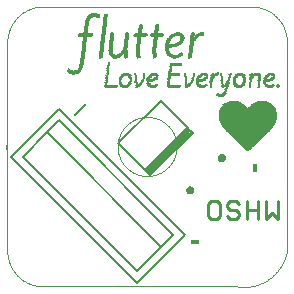
<source format=gto>
G75*
%MOIN*%
%OFA0B0*%
%FSLAX25Y25*%
%IPPOS*%
%LPD*%
%AMOC8*
5,1,8,0,0,1.08239X$1,22.5*
%
%ADD10R,0.00100X0.00100*%
%ADD11C,0.00000*%
%ADD12C,0.01100*%
%ADD13R,0.00120X0.00125*%
%ADD14R,0.00250X0.00125*%
%ADD15R,0.00130X0.00125*%
%ADD16R,0.02000X0.00126*%
%ADD17R,0.02620X0.00125*%
%ADD18R,0.03250X0.00124*%
%ADD19R,0.03620X0.00125*%
%ADD20R,0.04120X0.00126*%
%ADD21R,0.04250X0.00125*%
%ADD22R,0.04620X0.00125*%
%ADD23R,0.04620X0.00124*%
%ADD24R,0.01870X0.00126*%
%ADD25R,0.00120X0.00126*%
%ADD26R,0.00130X0.00126*%
%ADD27R,0.01880X0.00126*%
%ADD28R,0.01500X0.00125*%
%ADD29R,0.01620X0.00125*%
%ADD30R,0.01130X0.00125*%
%ADD31R,0.00750X0.00124*%
%ADD32R,0.01380X0.00124*%
%ADD33R,0.00380X0.00126*%
%ADD34R,0.01380X0.00126*%
%ADD35R,0.01370X0.00125*%
%ADD36R,0.01250X0.00125*%
%ADD37R,0.01250X0.00124*%
%ADD38R,0.01250X0.00126*%
%ADD39R,0.01380X0.00125*%
%ADD40R,0.01120X0.00125*%
%ADD41R,0.01120X0.00126*%
%ADD42R,0.01130X0.00126*%
%ADD43R,0.01000X0.00125*%
%ADD44R,0.01870X0.00125*%
%ADD45R,0.00750X0.00125*%
%ADD46R,0.00880X0.00125*%
%ADD47R,0.02000X0.00125*%
%ADD48R,0.01120X0.00124*%
%ADD49R,0.02500X0.00124*%
%ADD50R,0.01130X0.00124*%
%ADD51R,0.01000X0.00124*%
%ADD52R,0.02750X0.00124*%
%ADD53R,0.02750X0.00126*%
%ADD54R,0.03380X0.00126*%
%ADD55R,0.03250X0.00125*%
%ADD56R,0.03880X0.00125*%
%ADD57R,0.03500X0.00125*%
%ADD58R,0.03750X0.00124*%
%ADD59R,0.04000X0.00125*%
%ADD60R,0.04880X0.00125*%
%ADD61R,0.04250X0.00126*%
%ADD62R,0.02370X0.00126*%
%ADD63R,0.02120X0.00126*%
%ADD64R,0.01750X0.00125*%
%ADD65R,0.01630X0.00124*%
%ADD66R,0.01370X0.00124*%
%ADD67R,0.01750X0.00124*%
%ADD68R,0.01000X0.00126*%
%ADD69R,0.01630X0.00126*%
%ADD70R,0.00870X0.00126*%
%ADD71R,0.00630X0.00125*%
%ADD72R,0.00870X0.00125*%
%ADD73R,0.02000X0.00124*%
%ADD74R,0.01370X0.00126*%
%ADD75R,0.01620X0.00126*%
%ADD76R,0.01500X0.00124*%
%ADD77R,0.01500X0.00126*%
%ADD78R,0.02130X0.00125*%
%ADD79R,0.02870X0.00125*%
%ADD80R,0.03500X0.00124*%
%ADD81R,0.03870X0.00125*%
%ADD82R,0.04500X0.00125*%
%ADD83R,0.04750X0.00124*%
%ADD84R,0.05000X0.00125*%
%ADD85R,0.02500X0.00126*%
%ADD86R,0.02130X0.00124*%
%ADD87R,0.01750X0.00126*%
%ADD88R,0.01630X0.00125*%
%ADD89R,0.01880X0.00125*%
%ADD90R,0.01620X0.00124*%
%ADD91R,0.02250X0.00125*%
%ADD92R,0.02370X0.00125*%
%ADD93R,0.04630X0.00125*%
%ADD94R,0.04130X0.00125*%
%ADD95R,0.04750X0.00125*%
%ADD96R,0.04380X0.00125*%
%ADD97R,0.05000X0.00124*%
%ADD98R,0.04380X0.00124*%
%ADD99R,0.04500X0.00124*%
%ADD100R,0.01880X0.00124*%
%ADD101R,0.02370X0.00124*%
%ADD102R,0.02380X0.00125*%
%ADD103R,0.05000X0.00126*%
%ADD104R,0.04500X0.00126*%
%ADD105R,0.04000X0.00126*%
%ADD106R,0.03630X0.00125*%
%ADD107R,0.03370X0.00125*%
%ADD108R,0.04250X0.00124*%
%ADD109R,0.04120X0.00124*%
%ADD110R,0.01870X0.00124*%
%ADD111R,0.02250X0.00126*%
%ADD112R,0.00880X0.00124*%
%ADD113R,0.00380X0.00125*%
%ADD114R,0.03630X0.00124*%
%ADD115R,0.02630X0.00125*%
%ADD116R,0.00400X0.00100*%
%ADD117R,0.00800X0.00100*%
%ADD118R,0.01000X0.00100*%
%ADD119R,0.01200X0.00100*%
%ADD120R,0.01400X0.00100*%
%ADD121R,0.01600X0.00100*%
%ADD122R,0.01800X0.00100*%
%ADD123R,0.02000X0.00100*%
%ADD124R,0.02200X0.00100*%
%ADD125R,0.02400X0.00100*%
%ADD126R,0.02600X0.00100*%
%ADD127R,0.02800X0.00100*%
%ADD128R,0.03000X0.00100*%
%ADD129R,0.03200X0.00100*%
%ADD130R,0.03400X0.00100*%
%ADD131R,0.03700X0.00100*%
%ADD132R,0.04000X0.00100*%
%ADD133R,0.04200X0.00100*%
%ADD134R,0.04400X0.00100*%
%ADD135R,0.04600X0.00100*%
%ADD136R,0.04800X0.00100*%
%ADD137R,0.05000X0.00100*%
%ADD138R,0.05200X0.00100*%
%ADD139R,0.05400X0.00100*%
%ADD140R,0.05600X0.00100*%
%ADD141R,0.05800X0.00100*%
%ADD142R,0.06000X0.00100*%
%ADD143R,0.06200X0.00100*%
%ADD144R,0.06400X0.00100*%
%ADD145R,0.06600X0.00100*%
%ADD146R,0.06800X0.00100*%
%ADD147R,0.07000X0.00100*%
%ADD148R,0.07200X0.00100*%
%ADD149R,0.07400X0.00100*%
%ADD150R,0.07600X0.00100*%
%ADD151R,0.07800X0.00100*%
%ADD152R,0.08000X0.00100*%
%ADD153R,0.08200X0.00100*%
%ADD154R,0.08400X0.00100*%
%ADD155R,0.08600X0.00100*%
%ADD156R,0.08800X0.00100*%
%ADD157R,0.09200X0.00100*%
%ADD158R,0.09400X0.00100*%
%ADD159R,0.09600X0.00100*%
%ADD160R,0.09800X0.00100*%
%ADD161R,0.10000X0.00100*%
%ADD162R,0.10200X0.00100*%
%ADD163R,0.10400X0.00100*%
%ADD164R,0.10600X0.00100*%
%ADD165R,0.10800X0.00100*%
%ADD166R,0.11000X0.00100*%
%ADD167R,0.11200X0.00100*%
%ADD168R,0.11400X0.00100*%
%ADD169R,0.11600X0.00100*%
%ADD170R,0.11800X0.00100*%
%ADD171R,0.12000X0.00100*%
%ADD172R,0.12200X0.00100*%
%ADD173R,0.12400X0.00100*%
%ADD174R,0.12600X0.00100*%
%ADD175R,0.12800X0.00100*%
%ADD176R,0.13000X0.00100*%
%ADD177R,0.13200X0.00100*%
%ADD178R,0.13400X0.00100*%
%ADD179R,0.13600X0.00100*%
%ADD180R,0.13800X0.00100*%
%ADD181R,0.14000X0.00100*%
%ADD182R,0.14400X0.00100*%
%ADD183R,0.14500X0.00100*%
%ADD184R,0.14800X0.00100*%
%ADD185R,0.14900X0.00100*%
%ADD186R,0.15100X0.00100*%
%ADD187R,0.15200X0.00100*%
%ADD188R,0.15400X0.00100*%
%ADD189R,0.15600X0.00100*%
%ADD190R,0.15800X0.00100*%
%ADD191R,0.16000X0.00100*%
%ADD192R,0.16200X0.00100*%
%ADD193R,0.16400X0.00100*%
%ADD194R,0.16600X0.00100*%
%ADD195R,0.16800X0.00100*%
%ADD196R,0.17000X0.00100*%
%ADD197R,0.17200X0.00100*%
%ADD198R,0.17400X0.00100*%
%ADD199R,0.17600X0.00100*%
%ADD200R,0.17800X0.00100*%
%ADD201R,0.18000X0.00100*%
%ADD202R,0.18200X0.00100*%
%ADD203R,0.18400X0.00100*%
%ADD204R,0.18500X0.00100*%
%ADD205R,0.18600X0.00100*%
%ADD206R,0.18800X0.00100*%
%ADD207R,0.19000X0.00100*%
%ADD208R,0.19100X0.00100*%
%ADD209R,0.19200X0.00100*%
%ADD210R,0.19300X0.00100*%
%ADD211R,0.19400X0.00100*%
%ADD212R,0.08900X0.00100*%
%ADD213R,0.08300X0.00100*%
%ADD214R,0.08100X0.00100*%
%ADD215R,0.07900X0.00100*%
%ADD216R,0.07300X0.00100*%
%ADD217R,0.06700X0.00100*%
%ADD218R,0.06500X0.00100*%
%ADD219R,0.05300X0.00100*%
%ADD220R,0.04900X0.00100*%
%ADD221R,0.04500X0.00100*%
%ADD222R,0.03500X0.00100*%
%ADD223R,0.02900X0.00100*%
%ADD224R,0.00500X0.00100*%
%ADD225R,0.01300X0.00100*%
%ADD226R,0.01900X0.00100*%
%ADD227R,0.03100X0.00100*%
%ADD228R,0.01100X0.00100*%
%ADD229R,0.00700X0.00100*%
%ADD230R,0.00900X0.00100*%
%ADD231R,0.00200X0.00100*%
%ADD232R,0.00300X0.00100*%
%ADD233R,0.04100X0.00100*%
%ADD234R,0.01700X0.00100*%
%ADD235R,0.04300X0.00100*%
%ADD236R,0.02300X0.00100*%
%ADD237R,0.02500X0.00100*%
%ADD238R,0.01500X0.00100*%
%ADD239R,0.03300X0.00100*%
%ADD240R,0.02100X0.00100*%
%ADD241R,0.00600X0.00100*%
%ADD242R,0.02700X0.00100*%
%ADD243R,0.03600X0.00100*%
%ADD244R,0.03800X0.00100*%
%ADD245R,0.03900X0.00100*%
%ADD246C,0.00500*%
%ADD247C,0.00800*%
%ADD248R,0.01800X0.03000*%
%ADD249R,0.03000X0.01800*%
D10*
X0031283Y0074037D03*
X0031283Y0074137D03*
X0031283Y0074237D03*
X0031283Y0074337D03*
X0031283Y0074437D03*
X0031283Y0074537D03*
X0031283Y0074637D03*
X0031283Y0074737D03*
X0031283Y0074837D03*
X0031283Y0074937D03*
X0031283Y0075037D03*
X0031283Y0075137D03*
X0031283Y0075237D03*
X0031283Y0075337D03*
X0031283Y0075437D03*
X0031283Y0075537D03*
X0101433Y0092950D03*
D11*
X0031333Y0110159D02*
X0031333Y0040561D01*
X0031336Y0040276D01*
X0031347Y0039990D01*
X0031364Y0039705D01*
X0031388Y0039421D01*
X0031419Y0039137D01*
X0031457Y0038854D01*
X0031502Y0038573D01*
X0031553Y0038292D01*
X0031611Y0038012D01*
X0031676Y0037734D01*
X0031748Y0037458D01*
X0031826Y0037184D01*
X0031911Y0036911D01*
X0032003Y0036641D01*
X0032101Y0036373D01*
X0032205Y0036107D01*
X0032316Y0035844D01*
X0032433Y0035584D01*
X0032556Y0035326D01*
X0032686Y0035072D01*
X0032822Y0034821D01*
X0032963Y0034573D01*
X0033111Y0034329D01*
X0033264Y0034088D01*
X0033424Y0033852D01*
X0033589Y0033619D01*
X0033759Y0033390D01*
X0033935Y0033165D01*
X0034117Y0032945D01*
X0034303Y0032729D01*
X0034495Y0032518D01*
X0034692Y0032311D01*
X0034894Y0032109D01*
X0035101Y0031912D01*
X0035312Y0031720D01*
X0035528Y0031534D01*
X0035748Y0031352D01*
X0035973Y0031176D01*
X0036202Y0031006D01*
X0036435Y0030841D01*
X0036671Y0030681D01*
X0036912Y0030528D01*
X0037156Y0030380D01*
X0037404Y0030239D01*
X0037655Y0030103D01*
X0037909Y0029973D01*
X0038167Y0029850D01*
X0038427Y0029733D01*
X0038690Y0029622D01*
X0038956Y0029518D01*
X0039224Y0029420D01*
X0039494Y0029328D01*
X0039767Y0029243D01*
X0040041Y0029165D01*
X0040317Y0029093D01*
X0040595Y0029028D01*
X0040875Y0028970D01*
X0041156Y0028919D01*
X0041437Y0028874D01*
X0041720Y0028836D01*
X0042004Y0028805D01*
X0042288Y0028781D01*
X0042573Y0028764D01*
X0042859Y0028753D01*
X0043144Y0028750D01*
X0107633Y0028750D01*
X0124554Y0040561D02*
X0124554Y0110159D01*
X0124551Y0110444D01*
X0124540Y0110730D01*
X0124523Y0111015D01*
X0124499Y0111299D01*
X0124468Y0111583D01*
X0124430Y0111866D01*
X0124385Y0112147D01*
X0124334Y0112428D01*
X0124276Y0112708D01*
X0124211Y0112986D01*
X0124139Y0113262D01*
X0124061Y0113536D01*
X0123976Y0113809D01*
X0123884Y0114079D01*
X0123786Y0114347D01*
X0123682Y0114613D01*
X0123571Y0114876D01*
X0123454Y0115136D01*
X0123331Y0115394D01*
X0123201Y0115648D01*
X0123065Y0115899D01*
X0122924Y0116147D01*
X0122776Y0116391D01*
X0122623Y0116632D01*
X0122463Y0116868D01*
X0122298Y0117101D01*
X0122128Y0117330D01*
X0121952Y0117555D01*
X0121770Y0117775D01*
X0121584Y0117991D01*
X0121392Y0118202D01*
X0121195Y0118409D01*
X0120993Y0118611D01*
X0120786Y0118808D01*
X0120575Y0119000D01*
X0120359Y0119186D01*
X0120139Y0119368D01*
X0119914Y0119544D01*
X0119685Y0119714D01*
X0119452Y0119879D01*
X0119216Y0120039D01*
X0118975Y0120192D01*
X0118731Y0120340D01*
X0118483Y0120481D01*
X0118232Y0120617D01*
X0117978Y0120747D01*
X0117720Y0120870D01*
X0117460Y0120987D01*
X0117197Y0121098D01*
X0116931Y0121202D01*
X0116663Y0121300D01*
X0116393Y0121392D01*
X0116120Y0121477D01*
X0115846Y0121555D01*
X0115570Y0121627D01*
X0115292Y0121692D01*
X0115012Y0121750D01*
X0114731Y0121801D01*
X0114450Y0121846D01*
X0114167Y0121884D01*
X0113883Y0121915D01*
X0113599Y0121939D01*
X0113314Y0121956D01*
X0113028Y0121967D01*
X0112743Y0121970D01*
X0043144Y0121970D01*
X0042859Y0121967D01*
X0042573Y0121956D01*
X0042288Y0121939D01*
X0042004Y0121915D01*
X0041720Y0121884D01*
X0041437Y0121846D01*
X0041156Y0121801D01*
X0040875Y0121750D01*
X0040595Y0121692D01*
X0040317Y0121627D01*
X0040041Y0121555D01*
X0039767Y0121477D01*
X0039494Y0121392D01*
X0039224Y0121300D01*
X0038956Y0121202D01*
X0038690Y0121098D01*
X0038427Y0120987D01*
X0038167Y0120870D01*
X0037909Y0120747D01*
X0037655Y0120617D01*
X0037404Y0120481D01*
X0037156Y0120340D01*
X0036912Y0120192D01*
X0036671Y0120039D01*
X0036435Y0119879D01*
X0036202Y0119714D01*
X0035973Y0119544D01*
X0035748Y0119368D01*
X0035528Y0119186D01*
X0035312Y0119000D01*
X0035101Y0118808D01*
X0034894Y0118611D01*
X0034692Y0118409D01*
X0034495Y0118202D01*
X0034303Y0117991D01*
X0034117Y0117775D01*
X0033935Y0117555D01*
X0033759Y0117330D01*
X0033589Y0117101D01*
X0033424Y0116868D01*
X0033264Y0116632D01*
X0033111Y0116391D01*
X0032963Y0116147D01*
X0032822Y0115899D01*
X0032686Y0115648D01*
X0032556Y0115394D01*
X0032433Y0115136D01*
X0032316Y0114876D01*
X0032205Y0114613D01*
X0032101Y0114347D01*
X0032003Y0114079D01*
X0031911Y0113809D01*
X0031826Y0113536D01*
X0031748Y0113262D01*
X0031676Y0112986D01*
X0031611Y0112708D01*
X0031553Y0112428D01*
X0031502Y0112147D01*
X0031457Y0111866D01*
X0031419Y0111583D01*
X0031388Y0111299D01*
X0031364Y0111015D01*
X0031347Y0110730D01*
X0031336Y0110444D01*
X0031333Y0110159D01*
X0068100Y0075360D02*
X0068103Y0075602D01*
X0068112Y0075843D01*
X0068127Y0076084D01*
X0068147Y0076325D01*
X0068174Y0076565D01*
X0068207Y0076804D01*
X0068245Y0077043D01*
X0068289Y0077280D01*
X0068339Y0077517D01*
X0068395Y0077752D01*
X0068457Y0077985D01*
X0068524Y0078217D01*
X0068597Y0078448D01*
X0068675Y0078676D01*
X0068760Y0078902D01*
X0068849Y0079127D01*
X0068944Y0079349D01*
X0069045Y0079568D01*
X0069151Y0079786D01*
X0069262Y0080000D01*
X0069379Y0080212D01*
X0069500Y0080420D01*
X0069627Y0080626D01*
X0069759Y0080828D01*
X0069896Y0081028D01*
X0070037Y0081223D01*
X0070183Y0081416D01*
X0070334Y0081604D01*
X0070490Y0081789D01*
X0070650Y0081970D01*
X0070814Y0082147D01*
X0070983Y0082320D01*
X0071156Y0082489D01*
X0071333Y0082653D01*
X0071514Y0082813D01*
X0071699Y0082969D01*
X0071887Y0083120D01*
X0072080Y0083266D01*
X0072275Y0083407D01*
X0072475Y0083544D01*
X0072677Y0083676D01*
X0072883Y0083803D01*
X0073091Y0083924D01*
X0073303Y0084041D01*
X0073517Y0084152D01*
X0073735Y0084258D01*
X0073954Y0084359D01*
X0074176Y0084454D01*
X0074401Y0084543D01*
X0074627Y0084628D01*
X0074855Y0084706D01*
X0075086Y0084779D01*
X0075318Y0084846D01*
X0075551Y0084908D01*
X0075786Y0084964D01*
X0076023Y0085014D01*
X0076260Y0085058D01*
X0076499Y0085096D01*
X0076738Y0085129D01*
X0076978Y0085156D01*
X0077219Y0085176D01*
X0077460Y0085191D01*
X0077701Y0085200D01*
X0077943Y0085203D01*
X0078185Y0085200D01*
X0078426Y0085191D01*
X0078667Y0085176D01*
X0078908Y0085156D01*
X0079148Y0085129D01*
X0079387Y0085096D01*
X0079626Y0085058D01*
X0079863Y0085014D01*
X0080100Y0084964D01*
X0080335Y0084908D01*
X0080568Y0084846D01*
X0080800Y0084779D01*
X0081031Y0084706D01*
X0081259Y0084628D01*
X0081485Y0084543D01*
X0081710Y0084454D01*
X0081932Y0084359D01*
X0082151Y0084258D01*
X0082369Y0084152D01*
X0082583Y0084041D01*
X0082795Y0083924D01*
X0083003Y0083803D01*
X0083209Y0083676D01*
X0083411Y0083544D01*
X0083611Y0083407D01*
X0083806Y0083266D01*
X0083999Y0083120D01*
X0084187Y0082969D01*
X0084372Y0082813D01*
X0084553Y0082653D01*
X0084730Y0082489D01*
X0084903Y0082320D01*
X0085072Y0082147D01*
X0085236Y0081970D01*
X0085396Y0081789D01*
X0085552Y0081604D01*
X0085703Y0081416D01*
X0085849Y0081223D01*
X0085990Y0081028D01*
X0086127Y0080828D01*
X0086259Y0080626D01*
X0086386Y0080420D01*
X0086507Y0080212D01*
X0086624Y0080000D01*
X0086735Y0079786D01*
X0086841Y0079568D01*
X0086942Y0079349D01*
X0087037Y0079127D01*
X0087126Y0078902D01*
X0087211Y0078676D01*
X0087289Y0078448D01*
X0087362Y0078217D01*
X0087429Y0077985D01*
X0087491Y0077752D01*
X0087547Y0077517D01*
X0087597Y0077280D01*
X0087641Y0077043D01*
X0087679Y0076804D01*
X0087712Y0076565D01*
X0087739Y0076325D01*
X0087759Y0076084D01*
X0087774Y0075843D01*
X0087783Y0075602D01*
X0087786Y0075360D01*
X0087783Y0075118D01*
X0087774Y0074877D01*
X0087759Y0074636D01*
X0087739Y0074395D01*
X0087712Y0074155D01*
X0087679Y0073916D01*
X0087641Y0073677D01*
X0087597Y0073440D01*
X0087547Y0073203D01*
X0087491Y0072968D01*
X0087429Y0072735D01*
X0087362Y0072503D01*
X0087289Y0072272D01*
X0087211Y0072044D01*
X0087126Y0071818D01*
X0087037Y0071593D01*
X0086942Y0071371D01*
X0086841Y0071152D01*
X0086735Y0070934D01*
X0086624Y0070720D01*
X0086507Y0070508D01*
X0086386Y0070300D01*
X0086259Y0070094D01*
X0086127Y0069892D01*
X0085990Y0069692D01*
X0085849Y0069497D01*
X0085703Y0069304D01*
X0085552Y0069116D01*
X0085396Y0068931D01*
X0085236Y0068750D01*
X0085072Y0068573D01*
X0084903Y0068400D01*
X0084730Y0068231D01*
X0084553Y0068067D01*
X0084372Y0067907D01*
X0084187Y0067751D01*
X0083999Y0067600D01*
X0083806Y0067454D01*
X0083611Y0067313D01*
X0083411Y0067176D01*
X0083209Y0067044D01*
X0083003Y0066917D01*
X0082795Y0066796D01*
X0082583Y0066679D01*
X0082369Y0066568D01*
X0082151Y0066462D01*
X0081932Y0066361D01*
X0081710Y0066266D01*
X0081485Y0066177D01*
X0081259Y0066092D01*
X0081031Y0066014D01*
X0080800Y0065941D01*
X0080568Y0065874D01*
X0080335Y0065812D01*
X0080100Y0065756D01*
X0079863Y0065706D01*
X0079626Y0065662D01*
X0079387Y0065624D01*
X0079148Y0065591D01*
X0078908Y0065564D01*
X0078667Y0065544D01*
X0078426Y0065529D01*
X0078185Y0065520D01*
X0077943Y0065517D01*
X0077701Y0065520D01*
X0077460Y0065529D01*
X0077219Y0065544D01*
X0076978Y0065564D01*
X0076738Y0065591D01*
X0076499Y0065624D01*
X0076260Y0065662D01*
X0076023Y0065706D01*
X0075786Y0065756D01*
X0075551Y0065812D01*
X0075318Y0065874D01*
X0075086Y0065941D01*
X0074855Y0066014D01*
X0074627Y0066092D01*
X0074401Y0066177D01*
X0074176Y0066266D01*
X0073954Y0066361D01*
X0073735Y0066462D01*
X0073517Y0066568D01*
X0073303Y0066679D01*
X0073091Y0066796D01*
X0072883Y0066917D01*
X0072677Y0067044D01*
X0072475Y0067176D01*
X0072275Y0067313D01*
X0072080Y0067454D01*
X0071887Y0067600D01*
X0071699Y0067751D01*
X0071514Y0067907D01*
X0071333Y0068067D01*
X0071156Y0068231D01*
X0070983Y0068400D01*
X0070814Y0068573D01*
X0070650Y0068750D01*
X0070490Y0068931D01*
X0070334Y0069116D01*
X0070183Y0069304D01*
X0070037Y0069497D01*
X0069896Y0069692D01*
X0069759Y0069892D01*
X0069627Y0070094D01*
X0069500Y0070300D01*
X0069379Y0070508D01*
X0069262Y0070720D01*
X0069151Y0070934D01*
X0069045Y0071152D01*
X0068944Y0071371D01*
X0068849Y0071593D01*
X0068760Y0071818D01*
X0068675Y0072044D01*
X0068597Y0072272D01*
X0068524Y0072503D01*
X0068457Y0072735D01*
X0068395Y0072968D01*
X0068339Y0073203D01*
X0068289Y0073440D01*
X0068245Y0073677D01*
X0068207Y0073916D01*
X0068174Y0074155D01*
X0068147Y0074395D01*
X0068127Y0074636D01*
X0068112Y0074877D01*
X0068103Y0075118D01*
X0068100Y0075360D01*
X0107633Y0028749D02*
X0107981Y0028692D01*
X0108330Y0028643D01*
X0108680Y0028602D01*
X0109031Y0028570D01*
X0109383Y0028546D01*
X0109735Y0028531D01*
X0110088Y0028524D01*
X0110441Y0028526D01*
X0110793Y0028537D01*
X0111145Y0028555D01*
X0111497Y0028583D01*
X0111848Y0028619D01*
X0112197Y0028663D01*
X0112546Y0028716D01*
X0112893Y0028777D01*
X0113239Y0028847D01*
X0113583Y0028924D01*
X0113925Y0029011D01*
X0114265Y0029105D01*
X0114602Y0029208D01*
X0114937Y0029318D01*
X0115269Y0029437D01*
X0115598Y0029564D01*
X0115924Y0029699D01*
X0116246Y0029841D01*
X0116565Y0029991D01*
X0116881Y0030149D01*
X0117192Y0030315D01*
X0117499Y0030488D01*
X0117802Y0030668D01*
X0118101Y0030856D01*
X0118395Y0031050D01*
X0118684Y0031252D01*
X0118968Y0031461D01*
X0119247Y0031677D01*
X0119521Y0031899D01*
X0119789Y0032128D01*
X0120052Y0032363D01*
X0120309Y0032604D01*
X0120560Y0032852D01*
X0120805Y0033106D01*
X0121044Y0033365D01*
X0121276Y0033630D01*
X0121502Y0033901D01*
X0121721Y0034177D01*
X0121934Y0034458D01*
X0122140Y0034745D01*
X0122339Y0035036D01*
X0122530Y0035332D01*
X0122715Y0035632D01*
X0122892Y0035937D01*
X0123062Y0036246D01*
X0123224Y0036559D01*
X0123379Y0036876D01*
X0123526Y0037197D01*
X0123665Y0037521D01*
X0123796Y0037848D01*
X0123919Y0038179D01*
X0124035Y0038512D01*
X0124142Y0038848D01*
X0124241Y0039186D01*
X0124332Y0039527D01*
X0124414Y0039870D01*
X0124489Y0040214D01*
X0124555Y0040561D01*
D12*
X0121495Y0051342D02*
X0119527Y0053310D01*
X0117559Y0051342D01*
X0117559Y0057247D01*
X0115050Y0057247D02*
X0115050Y0051342D01*
X0115050Y0054294D02*
X0111113Y0054294D01*
X0108604Y0053310D02*
X0107620Y0054294D01*
X0105652Y0054294D01*
X0104668Y0055278D01*
X0104668Y0056262D01*
X0105652Y0057247D01*
X0107620Y0057247D01*
X0108604Y0056262D01*
X0111113Y0057247D02*
X0111113Y0051342D01*
X0108604Y0052326D02*
X0107620Y0051342D01*
X0105652Y0051342D01*
X0104668Y0052326D01*
X0102159Y0052326D02*
X0102159Y0056262D01*
X0101175Y0057247D01*
X0099206Y0057247D01*
X0098222Y0056262D01*
X0098222Y0052326D01*
X0099206Y0051342D01*
X0101175Y0051342D01*
X0102159Y0052326D01*
X0108604Y0052326D02*
X0108604Y0053310D01*
X0121495Y0051342D02*
X0121495Y0057247D01*
D13*
X0087490Y0104651D03*
X0087240Y0104651D03*
X0086990Y0104651D03*
X0086990Y0108401D03*
X0088990Y0113026D03*
X0081740Y0115900D03*
X0074990Y0104651D03*
X0067740Y0104651D03*
X0053240Y0099275D03*
X0051740Y0101026D03*
D14*
X0053555Y0099275D03*
X0067425Y0104651D03*
X0076175Y0115900D03*
X0081425Y0115900D03*
X0089425Y0106401D03*
X0064055Y0119275D03*
D15*
X0064365Y0119275D03*
X0075865Y0115900D03*
X0080365Y0104651D03*
X0086115Y0108276D03*
X0086365Y0108276D03*
X0091865Y0104651D03*
X0092115Y0104651D03*
X0092365Y0104651D03*
X0095865Y0113151D03*
X0070865Y0104651D03*
X0068115Y0105776D03*
X0067115Y0104651D03*
X0066865Y0104651D03*
X0062615Y0104651D03*
X0062365Y0104651D03*
X0062115Y0104651D03*
X0053865Y0099275D03*
D16*
X0053550Y0099401D03*
X0070300Y0106651D03*
X0093430Y0111276D03*
D17*
X0053490Y0099526D03*
D18*
X0053555Y0099651D03*
D19*
X0053490Y0099775D03*
D20*
X0053490Y0099901D03*
D21*
X0053425Y0100026D03*
X0075805Y0112651D03*
X0081175Y0112026D03*
X0088055Y0112275D03*
X0087175Y0105276D03*
D22*
X0053490Y0100151D03*
D23*
X0053490Y0100276D03*
X0057490Y0112776D03*
X0087240Y0105401D03*
D24*
X0052115Y0100401D03*
D25*
X0053240Y0100401D03*
X0057990Y0111776D03*
X0058740Y0112901D03*
X0059490Y0112901D03*
X0056490Y0112901D03*
X0055740Y0112901D03*
X0074240Y0112901D03*
X0076740Y0112901D03*
X0077490Y0112901D03*
X0079740Y0112901D03*
X0081740Y0112901D03*
X0082490Y0112901D03*
X0082240Y0111776D03*
X0081740Y0111776D03*
X0087240Y0105651D03*
X0087490Y0105651D03*
D26*
X0086365Y0109276D03*
X0082615Y0111776D03*
X0082865Y0112901D03*
X0082115Y0112901D03*
X0080115Y0112901D03*
X0079615Y0111776D03*
X0077115Y0111776D03*
X0076615Y0111776D03*
X0076115Y0111776D03*
X0076365Y0112901D03*
X0077115Y0112901D03*
X0074615Y0112901D03*
X0074615Y0111776D03*
X0074115Y0111776D03*
X0059365Y0111776D03*
X0058865Y0111776D03*
X0058365Y0111776D03*
X0058365Y0112901D03*
X0059115Y0112901D03*
X0056115Y0112901D03*
X0056115Y0111776D03*
X0055615Y0111776D03*
X0053865Y0100401D03*
D27*
X0054990Y0100401D03*
X0093240Y0110776D03*
D28*
X0094680Y0111901D03*
X0096180Y0113026D03*
X0085300Y0110901D03*
X0084930Y0106401D03*
X0085050Y0106276D03*
X0070680Y0107901D03*
X0070550Y0107776D03*
X0058680Y0118150D03*
X0058550Y0118025D03*
X0055300Y0100651D03*
X0051930Y0100526D03*
D29*
X0055240Y0100526D03*
X0070490Y0107276D03*
X0070490Y0107401D03*
X0085240Y0106025D03*
X0088990Y0105776D03*
X0088990Y0109901D03*
X0089490Y0112026D03*
X0085740Y0111401D03*
X0092990Y0110026D03*
D30*
X0092615Y0108276D03*
X0092615Y0107901D03*
X0092365Y0106276D03*
X0092365Y0106025D03*
X0093115Y0112275D03*
X0093115Y0112526D03*
X0081115Y0114026D03*
X0081115Y0114151D03*
X0081115Y0114401D03*
X0081365Y0115651D03*
X0075865Y0115651D03*
X0075865Y0115526D03*
X0075615Y0114026D03*
X0075615Y0113651D03*
X0075365Y0111401D03*
X0075115Y0109650D03*
X0075115Y0109401D03*
X0074865Y0107276D03*
X0074865Y0106776D03*
X0074865Y0106401D03*
X0070865Y0105776D03*
X0071115Y0110901D03*
X0071115Y0111026D03*
X0066365Y0112651D03*
X0063365Y0112526D03*
X0063365Y0112275D03*
X0063115Y0110526D03*
X0063115Y0109901D03*
X0062865Y0108276D03*
X0062865Y0107901D03*
X0062615Y0106276D03*
X0062615Y0106025D03*
X0065865Y0108401D03*
X0063615Y0114151D03*
X0063615Y0114276D03*
X0063615Y0114401D03*
X0063615Y0114526D03*
X0063865Y0116150D03*
X0063865Y0116401D03*
X0063865Y0116526D03*
X0063865Y0116776D03*
X0064115Y0118526D03*
X0064115Y0118651D03*
X0064115Y0118776D03*
X0057865Y0116150D03*
X0057615Y0115025D03*
X0057615Y0114651D03*
X0057615Y0114401D03*
X0057365Y0113026D03*
X0057115Y0111026D03*
X0057115Y0110526D03*
X0057115Y0110401D03*
X0056865Y0108650D03*
X0056865Y0108401D03*
X0056865Y0108276D03*
X0056865Y0107901D03*
X0056615Y0106776D03*
X0056615Y0106401D03*
X0056615Y0106276D03*
X0056615Y0106025D03*
X0056365Y0104276D03*
X0056365Y0104151D03*
X0056115Y0102651D03*
X0051865Y0100651D03*
X0080365Y0106401D03*
X0080365Y0106901D03*
X0080365Y0107401D03*
X0080365Y0107776D03*
X0080365Y0107901D03*
X0080365Y0108276D03*
X0080615Y0109650D03*
X0080615Y0109901D03*
X0080615Y0110026D03*
D31*
X0051805Y0100776D03*
D32*
X0055490Y0100776D03*
X0070740Y0108526D03*
X0084490Y0108026D03*
X0089240Y0110151D03*
X0092740Y0109026D03*
D33*
X0051740Y0100901D03*
D34*
X0055490Y0100901D03*
X0065990Y0106151D03*
X0070740Y0108151D03*
X0084740Y0109776D03*
X0085240Y0110776D03*
D35*
X0085115Y0110526D03*
X0084865Y0110026D03*
X0085365Y0111026D03*
X0084615Y0107401D03*
X0084615Y0107276D03*
X0089615Y0111901D03*
X0092865Y0109650D03*
X0092865Y0109401D03*
X0070865Y0109150D03*
X0065865Y0106401D03*
X0055615Y0101026D03*
X0058365Y0117776D03*
D36*
X0058305Y0117651D03*
X0058175Y0117401D03*
X0058055Y0117150D03*
X0058055Y0117025D03*
X0057925Y0116651D03*
X0057925Y0116526D03*
X0057925Y0116401D03*
X0057805Y0116025D03*
X0057805Y0115900D03*
X0057675Y0115150D03*
X0057675Y0114900D03*
X0057555Y0114526D03*
X0057555Y0114276D03*
X0057555Y0114151D03*
X0057425Y0113151D03*
X0057175Y0110901D03*
X0057055Y0109901D03*
X0056925Y0108901D03*
X0056555Y0105776D03*
X0056425Y0104776D03*
X0056425Y0104651D03*
X0056305Y0103776D03*
X0056305Y0103651D03*
X0056305Y0103400D03*
X0056175Y0102900D03*
X0056055Y0102400D03*
X0056055Y0102151D03*
X0055925Y0101651D03*
X0055805Y0101526D03*
X0055675Y0101151D03*
X0062555Y0105151D03*
X0062555Y0105525D03*
X0062555Y0105776D03*
X0062675Y0106401D03*
X0062675Y0106776D03*
X0062805Y0107401D03*
X0062805Y0107776D03*
X0062925Y0108401D03*
X0062925Y0108650D03*
X0063055Y0109401D03*
X0063055Y0109650D03*
X0063055Y0110026D03*
X0063175Y0110401D03*
X0063175Y0110901D03*
X0063175Y0111026D03*
X0063305Y0111401D03*
X0063305Y0111901D03*
X0063305Y0112026D03*
X0063425Y0112651D03*
X0063425Y0113026D03*
X0063555Y0113651D03*
X0063555Y0114026D03*
X0063675Y0114651D03*
X0063675Y0114900D03*
X0063675Y0115025D03*
X0063805Y0115651D03*
X0063805Y0115900D03*
X0063805Y0116025D03*
X0063925Y0116651D03*
X0063925Y0117025D03*
X0063925Y0117150D03*
X0064055Y0117651D03*
X0064055Y0118025D03*
X0064055Y0118150D03*
X0064055Y0118275D03*
X0064175Y0118901D03*
X0066305Y0112526D03*
X0066305Y0112275D03*
X0066305Y0112026D03*
X0066305Y0111901D03*
X0066175Y0111526D03*
X0066175Y0111401D03*
X0066175Y0111026D03*
X0066175Y0110901D03*
X0066055Y0110526D03*
X0066055Y0110401D03*
X0066055Y0110026D03*
X0066055Y0109901D03*
X0065925Y0109150D03*
X0065925Y0108901D03*
X0065925Y0108650D03*
X0065805Y0108276D03*
X0065805Y0107901D03*
X0065805Y0107776D03*
X0065805Y0107401D03*
X0065805Y0106901D03*
X0065805Y0106776D03*
X0065925Y0106276D03*
X0069305Y0106025D03*
X0070805Y0106025D03*
X0070805Y0106401D03*
X0070925Y0105525D03*
X0070925Y0105276D03*
X0070805Y0108650D03*
X0070805Y0108901D03*
X0070925Y0109401D03*
X0070925Y0109650D03*
X0071055Y0110401D03*
X0071055Y0110526D03*
X0071175Y0111401D03*
X0071175Y0111526D03*
X0071305Y0112275D03*
X0071305Y0112526D03*
X0071305Y0112651D03*
X0075305Y0111526D03*
X0075305Y0110901D03*
X0075175Y0110526D03*
X0075175Y0110026D03*
X0075175Y0109901D03*
X0075055Y0109150D03*
X0075055Y0108901D03*
X0074925Y0108276D03*
X0074925Y0107776D03*
X0074925Y0107401D03*
X0074925Y0106901D03*
X0074925Y0106276D03*
X0074925Y0106025D03*
X0074925Y0105776D03*
X0075055Y0105276D03*
X0075055Y0105151D03*
X0080305Y0106025D03*
X0080305Y0106276D03*
X0080305Y0106776D03*
X0080305Y0107276D03*
X0080425Y0108401D03*
X0080555Y0109150D03*
X0080555Y0109401D03*
X0080675Y0110401D03*
X0080675Y0110526D03*
X0080805Y0111401D03*
X0080805Y0111526D03*
X0081055Y0113526D03*
X0081055Y0113651D03*
X0081175Y0114276D03*
X0081175Y0114526D03*
X0081175Y0114651D03*
X0081305Y0115401D03*
X0075805Y0115401D03*
X0075805Y0115150D03*
X0075675Y0114526D03*
X0075675Y0114276D03*
X0075675Y0114151D03*
X0075555Y0113526D03*
X0075555Y0113151D03*
X0080425Y0105776D03*
X0080425Y0105525D03*
X0080555Y0105151D03*
X0084555Y0107776D03*
X0084555Y0107901D03*
X0084675Y0109401D03*
X0084675Y0109650D03*
X0084805Y0109901D03*
X0088175Y0113026D03*
X0089675Y0111026D03*
X0089675Y0110901D03*
X0089555Y0110526D03*
X0089425Y0110401D03*
X0092805Y0109150D03*
X0092805Y0108901D03*
X0092675Y0108650D03*
X0092675Y0108401D03*
X0092555Y0107776D03*
X0092555Y0107401D03*
X0092425Y0106776D03*
X0092425Y0106401D03*
X0092305Y0105776D03*
X0092305Y0105525D03*
X0093055Y0111901D03*
X0093055Y0112026D03*
X0093175Y0112651D03*
D37*
X0093175Y0112776D03*
X0093055Y0111651D03*
X0092675Y0108526D03*
X0092555Y0107526D03*
X0092425Y0106526D03*
X0092305Y0105401D03*
X0089555Y0110651D03*
X0089675Y0111651D03*
X0084675Y0109526D03*
X0080555Y0109526D03*
X0080425Y0108526D03*
X0080305Y0107026D03*
X0080305Y0106526D03*
X0080425Y0105901D03*
X0080555Y0105401D03*
X0080675Y0110651D03*
X0080805Y0111651D03*
X0081055Y0113776D03*
X0081175Y0114776D03*
X0075555Y0113276D03*
X0075305Y0111151D03*
X0075175Y0110151D03*
X0075055Y0109026D03*
X0074925Y0108026D03*
X0074925Y0105901D03*
X0075055Y0105401D03*
X0070925Y0105401D03*
X0070805Y0109026D03*
X0070925Y0109526D03*
X0071055Y0110151D03*
X0071055Y0110651D03*
X0071175Y0111151D03*
X0071175Y0111651D03*
X0071305Y0112151D03*
X0066305Y0112151D03*
X0066175Y0111151D03*
X0066055Y0110151D03*
X0065925Y0109526D03*
X0065925Y0109026D03*
X0065805Y0108526D03*
X0065805Y0108026D03*
X0065805Y0107526D03*
X0065675Y0107026D03*
X0065805Y0106526D03*
X0062675Y0106526D03*
X0062805Y0107526D03*
X0062925Y0108526D03*
X0062925Y0109026D03*
X0063055Y0109526D03*
X0063175Y0110651D03*
X0063305Y0111651D03*
X0063425Y0112776D03*
X0063555Y0113776D03*
X0063675Y0114776D03*
X0063805Y0115776D03*
X0063925Y0116901D03*
X0064055Y0117901D03*
X0064175Y0119026D03*
X0058055Y0116901D03*
X0057425Y0113276D03*
X0056925Y0109026D03*
X0056805Y0108026D03*
X0056425Y0104901D03*
X0056425Y0104401D03*
X0056305Y0103901D03*
X0056175Y0103276D03*
X0056175Y0102776D03*
X0056055Y0102276D03*
X0055925Y0101776D03*
X0055675Y0101276D03*
X0062555Y0105401D03*
D38*
X0062555Y0105651D03*
X0062675Y0106651D03*
X0062805Y0107651D03*
X0062925Y0108776D03*
X0063055Y0109776D03*
X0063175Y0110776D03*
X0063305Y0111776D03*
X0063425Y0112901D03*
X0063555Y0113901D03*
X0063675Y0115276D03*
X0063805Y0116276D03*
X0063925Y0117276D03*
X0066305Y0112401D03*
X0066175Y0111276D03*
X0066055Y0110276D03*
X0065925Y0109276D03*
X0065805Y0108151D03*
X0065805Y0107651D03*
X0065805Y0107151D03*
X0065805Y0106651D03*
X0070805Y0108776D03*
X0070925Y0109276D03*
X0070925Y0109776D03*
X0071055Y0110276D03*
X0071055Y0110776D03*
X0071175Y0111276D03*
X0071175Y0111776D03*
X0071305Y0112401D03*
X0075305Y0111276D03*
X0075175Y0110276D03*
X0075055Y0109276D03*
X0074925Y0108151D03*
X0074925Y0107651D03*
X0074925Y0106151D03*
X0075055Y0105651D03*
X0080305Y0106651D03*
X0080425Y0106151D03*
X0080425Y0105651D03*
X0080555Y0105026D03*
X0080425Y0108151D03*
X0080425Y0108776D03*
X0080555Y0109776D03*
X0080675Y0110776D03*
X0080805Y0111776D03*
X0080925Y0112901D03*
X0081055Y0113401D03*
X0084925Y0110276D03*
X0084555Y0108151D03*
X0084555Y0107651D03*
X0084675Y0107151D03*
X0089675Y0111776D03*
X0093055Y0111776D03*
X0092805Y0109276D03*
X0092675Y0108776D03*
X0092675Y0108151D03*
X0092555Y0107651D03*
X0092425Y0106651D03*
X0092305Y0105651D03*
X0075555Y0112901D03*
X0075805Y0115276D03*
X0058175Y0117276D03*
X0057675Y0115276D03*
X0057555Y0113901D03*
X0057425Y0112901D03*
X0057175Y0111776D03*
X0057175Y0111276D03*
X0056805Y0107651D03*
X0056675Y0106651D03*
X0056555Y0105651D03*
X0056425Y0105026D03*
X0056305Y0104026D03*
X0056175Y0103026D03*
X0056055Y0102526D03*
X0055925Y0101901D03*
X0055805Y0101401D03*
D39*
X0055990Y0102026D03*
X0065990Y0106025D03*
X0068990Y0105776D03*
X0070740Y0108276D03*
X0070740Y0108401D03*
X0074990Y0105525D03*
X0080490Y0105276D03*
X0084740Y0106776D03*
X0084740Y0106901D03*
X0084990Y0110401D03*
X0092990Y0109901D03*
X0058240Y0117526D03*
D40*
X0057990Y0116776D03*
X0057740Y0115651D03*
X0057740Y0115526D03*
X0057740Y0115401D03*
X0057490Y0114026D03*
X0057490Y0113651D03*
X0057490Y0113526D03*
X0057240Y0111526D03*
X0057240Y0111401D03*
X0056990Y0110026D03*
X0056990Y0109650D03*
X0056990Y0109401D03*
X0056990Y0109150D03*
X0056740Y0107776D03*
X0056740Y0107401D03*
X0056740Y0107276D03*
X0056740Y0106901D03*
X0056490Y0105525D03*
X0056490Y0105276D03*
X0056490Y0105151D03*
X0056240Y0103151D03*
X0062490Y0105276D03*
X0062740Y0106901D03*
X0062740Y0107276D03*
X0062990Y0108901D03*
X0062990Y0109150D03*
X0063240Y0111526D03*
X0063490Y0113151D03*
X0063490Y0113526D03*
X0063740Y0115150D03*
X0063740Y0115401D03*
X0063740Y0115526D03*
X0063990Y0117401D03*
X0063990Y0117526D03*
X0063990Y0117776D03*
X0065990Y0109650D03*
X0065990Y0109401D03*
X0065740Y0107276D03*
X0069490Y0106276D03*
X0070740Y0106276D03*
X0070990Y0105151D03*
X0070990Y0109901D03*
X0070990Y0110026D03*
X0071240Y0111901D03*
X0071240Y0112026D03*
X0075240Y0111026D03*
X0075240Y0110401D03*
X0074990Y0108650D03*
X0074990Y0108401D03*
X0074990Y0107901D03*
X0075490Y0113026D03*
X0075740Y0114401D03*
X0075740Y0114651D03*
X0075740Y0114900D03*
X0075740Y0115025D03*
X0081240Y0115025D03*
X0081240Y0114900D03*
X0081240Y0115150D03*
X0081240Y0115526D03*
X0080990Y0113151D03*
X0080990Y0113026D03*
X0080740Y0111026D03*
X0080740Y0110901D03*
X0080490Y0108901D03*
X0080490Y0108650D03*
X0089240Y0106025D03*
X0092240Y0105276D03*
X0092240Y0105151D03*
X0092490Y0106901D03*
X0092490Y0107276D03*
X0089740Y0111401D03*
X0089740Y0111526D03*
D41*
X0089740Y0111276D03*
X0093240Y0112901D03*
X0094490Y0111776D03*
X0092490Y0107151D03*
X0092240Y0105026D03*
X0080490Y0109276D03*
X0080740Y0111276D03*
X0081240Y0115276D03*
X0075240Y0110776D03*
X0074990Y0108776D03*
X0070990Y0105026D03*
X0065990Y0109776D03*
X0066240Y0111776D03*
X0063240Y0111276D03*
X0062990Y0109276D03*
X0062740Y0107151D03*
X0062490Y0105026D03*
X0056740Y0107151D03*
X0056990Y0109276D03*
X0056990Y0109776D03*
X0057490Y0113401D03*
X0063490Y0113401D03*
X0056240Y0103526D03*
D42*
X0056365Y0104526D03*
X0056615Y0106151D03*
X0056865Y0108151D03*
X0056865Y0108776D03*
X0057115Y0110276D03*
X0057115Y0110776D03*
X0063115Y0110276D03*
X0063365Y0112401D03*
X0066365Y0112901D03*
X0066115Y0110776D03*
X0065865Y0108776D03*
X0062865Y0108151D03*
X0062615Y0106151D03*
X0070865Y0106151D03*
X0070865Y0105651D03*
X0074865Y0106651D03*
X0074865Y0107151D03*
X0075115Y0105026D03*
X0075115Y0109776D03*
X0075365Y0111776D03*
X0075615Y0113401D03*
X0075615Y0113901D03*
X0071365Y0112901D03*
X0064115Y0118401D03*
X0057865Y0116276D03*
X0081115Y0113901D03*
X0080615Y0110276D03*
X0080365Y0107651D03*
X0080365Y0107151D03*
X0089615Y0110776D03*
X0093115Y0112401D03*
X0092365Y0106151D03*
D43*
X0092180Y0104776D03*
X0062430Y0104776D03*
X0061550Y0118275D03*
X0064180Y0119150D03*
D44*
X0070365Y0106776D03*
X0067365Y0104776D03*
X0086365Y0111901D03*
X0088615Y0109650D03*
D45*
X0093175Y0113026D03*
X0075055Y0104776D03*
X0070925Y0104776D03*
D46*
X0080490Y0104776D03*
D47*
X0085550Y0105776D03*
X0087180Y0104776D03*
X0093300Y0111026D03*
X0086550Y0112026D03*
D48*
X0089740Y0111151D03*
X0092490Y0107026D03*
X0092240Y0104901D03*
X0080490Y0109026D03*
X0080740Y0111151D03*
X0080990Y0113276D03*
X0075740Y0114776D03*
X0075240Y0110651D03*
X0074990Y0108526D03*
X0070990Y0104901D03*
X0066240Y0111651D03*
X0063240Y0111151D03*
X0063490Y0113276D03*
X0057490Y0113776D03*
X0057740Y0115776D03*
X0057240Y0111651D03*
X0057240Y0111151D03*
X0056990Y0109526D03*
X0056740Y0107526D03*
X0056740Y0107026D03*
X0056490Y0105401D03*
X0062490Y0104901D03*
X0062740Y0107026D03*
D49*
X0067430Y0104901D03*
X0086930Y0112151D03*
D50*
X0093115Y0112151D03*
X0094365Y0111651D03*
X0092615Y0108026D03*
X0092365Y0105901D03*
X0080365Y0107526D03*
X0080365Y0108026D03*
X0080615Y0110151D03*
X0075365Y0111651D03*
X0075615Y0113776D03*
X0075115Y0109526D03*
X0074865Y0107526D03*
X0074865Y0107026D03*
X0075115Y0104901D03*
X0070865Y0105901D03*
X0066115Y0110651D03*
X0066365Y0112776D03*
X0063365Y0112151D03*
X0063115Y0110151D03*
X0062865Y0108026D03*
X0062615Y0105901D03*
X0056615Y0105901D03*
X0056615Y0106526D03*
X0056865Y0108526D03*
X0057115Y0110151D03*
X0057115Y0110651D03*
X0057615Y0114776D03*
X0071365Y0112776D03*
D51*
X0081430Y0115776D03*
X0080550Y0104901D03*
D52*
X0087175Y0104901D03*
X0088175Y0112776D03*
D53*
X0067425Y0105026D03*
D54*
X0087240Y0105026D03*
D55*
X0067425Y0105151D03*
X0060425Y0119150D03*
D56*
X0060240Y0118776D03*
X0087240Y0105151D03*
D57*
X0067430Y0105276D03*
D58*
X0067555Y0105401D03*
D59*
X0067550Y0105525D03*
X0060180Y0118651D03*
D60*
X0057490Y0112651D03*
X0057490Y0112526D03*
X0087240Y0105525D03*
D61*
X0086055Y0108776D03*
X0067555Y0105651D03*
D62*
X0085865Y0105651D03*
X0095615Y0112401D03*
D63*
X0088740Y0105651D03*
D64*
X0070425Y0106901D03*
X0066305Y0105776D03*
X0058805Y0118275D03*
D65*
X0066115Y0105901D03*
D66*
X0069115Y0105901D03*
X0070615Y0108026D03*
X0074865Y0106526D03*
X0084615Y0107026D03*
X0084615Y0107526D03*
X0084865Y0106526D03*
X0084865Y0110151D03*
X0085115Y0110651D03*
X0089115Y0105901D03*
X0092865Y0109526D03*
D67*
X0093175Y0110651D03*
X0085425Y0105901D03*
X0070425Y0107026D03*
D68*
X0069430Y0106151D03*
D69*
X0085115Y0106151D03*
D70*
X0089365Y0106151D03*
D71*
X0089365Y0106276D03*
X0096365Y0113151D03*
D72*
X0071365Y0113026D03*
X0066365Y0113026D03*
X0069615Y0106401D03*
D73*
X0070300Y0106526D03*
X0093430Y0111151D03*
D74*
X0089365Y0110276D03*
X0084615Y0109276D03*
X0084865Y0106651D03*
D75*
X0070490Y0107151D03*
D76*
X0070550Y0107526D03*
X0058430Y0117901D03*
X0093050Y0110151D03*
D77*
X0093050Y0110276D03*
X0092930Y0109776D03*
X0085550Y0111276D03*
X0070550Y0107651D03*
D78*
X0084865Y0108276D03*
X0088115Y0109401D03*
D79*
X0085365Y0108401D03*
D80*
X0085680Y0108526D03*
D81*
X0085865Y0108650D03*
X0060365Y0118901D03*
D82*
X0075680Y0112275D03*
X0081180Y0112275D03*
X0086180Y0108901D03*
D83*
X0086305Y0109026D03*
D84*
X0086430Y0109150D03*
X0057430Y0112275D03*
D85*
X0087800Y0109276D03*
D86*
X0088365Y0109526D03*
D87*
X0088805Y0109776D03*
X0086175Y0111776D03*
X0096055Y0112901D03*
X0060305Y0119401D03*
D88*
X0085865Y0111526D03*
X0089115Y0110026D03*
X0093115Y0110401D03*
X0093115Y0110526D03*
D89*
X0093240Y0110901D03*
X0094990Y0112026D03*
D90*
X0085990Y0111651D03*
X0085490Y0111151D03*
D91*
X0093555Y0111401D03*
X0095675Y0112526D03*
X0095805Y0112651D03*
D92*
X0093615Y0111526D03*
D93*
X0057365Y0111901D03*
D94*
X0060115Y0118526D03*
X0075615Y0111901D03*
X0081115Y0111901D03*
D95*
X0057425Y0112026D03*
D96*
X0075740Y0112026D03*
X0075740Y0112526D03*
X0081240Y0112526D03*
X0081240Y0112651D03*
D97*
X0057430Y0112151D03*
D98*
X0075740Y0112151D03*
D99*
X0081180Y0112151D03*
D100*
X0089240Y0112151D03*
D101*
X0095365Y0112151D03*
D102*
X0095490Y0112275D03*
D103*
X0057430Y0112401D03*
D104*
X0075800Y0112401D03*
X0081180Y0112401D03*
D105*
X0088050Y0112401D03*
X0060050Y0118401D03*
D106*
X0088115Y0112526D03*
D107*
X0088115Y0112651D03*
D108*
X0075805Y0112776D03*
D109*
X0081240Y0112776D03*
D110*
X0095865Y0112776D03*
D111*
X0088305Y0112901D03*
D112*
X0075990Y0115776D03*
D113*
X0061740Y0118150D03*
D114*
X0060365Y0119026D03*
D115*
X0060365Y0119275D03*
D116*
X0096383Y0094750D03*
X0108483Y0094750D03*
X0118783Y0094750D03*
X0111483Y0073750D03*
D117*
X0111483Y0073850D03*
X0112183Y0094950D03*
X0112183Y0095050D03*
X0112283Y0096050D03*
X0115083Y0094950D03*
X0120183Y0098550D03*
X0120183Y0098650D03*
X0121583Y0095750D03*
X0121483Y0094850D03*
X0105783Y0099550D03*
X0105383Y0098050D03*
X0105283Y0097750D03*
X0102783Y0098050D03*
X0102583Y0099550D03*
X0102983Y0096550D03*
X0103083Y0095950D03*
X0103283Y0094950D03*
X0104383Y0094450D03*
X0104383Y0094350D03*
X0104483Y0094650D03*
X0104583Y0095150D03*
X0099183Y0094950D03*
X0093483Y0098850D03*
X0093483Y0098950D03*
X0093483Y0099050D03*
X0093483Y0099150D03*
X0093483Y0099250D03*
X0093483Y0099350D03*
X0093483Y0099450D03*
X0093483Y0099550D03*
X0090583Y0099150D03*
X0090883Y0097050D03*
X0091183Y0094850D03*
X0080983Y0095750D03*
X0076683Y0097650D03*
X0076983Y0099450D03*
X0076983Y0099550D03*
X0074083Y0098950D03*
X0073983Y0099450D03*
X0073983Y0099550D03*
X0074183Y0098050D03*
X0074283Y0097450D03*
X0074483Y0095950D03*
X0074683Y0094850D03*
D118*
X0074683Y0094950D03*
X0075783Y0095950D03*
X0075783Y0096050D03*
X0075883Y0096150D03*
X0075983Y0096250D03*
X0076183Y0096550D03*
X0076483Y0097150D03*
X0078383Y0097550D03*
X0078383Y0097650D03*
X0078383Y0097750D03*
X0078483Y0097850D03*
X0078483Y0097950D03*
X0078583Y0098050D03*
X0078583Y0098150D03*
X0078383Y0096350D03*
X0078383Y0096250D03*
X0078383Y0096150D03*
X0080883Y0095650D03*
X0081083Y0098150D03*
X0081183Y0098350D03*
X0081183Y0098850D03*
X0085483Y0098450D03*
X0085483Y0098350D03*
X0085483Y0098250D03*
X0085383Y0097750D03*
X0085383Y0097650D03*
X0085383Y0097550D03*
X0085283Y0096750D03*
X0085283Y0096650D03*
X0085283Y0096550D03*
X0085183Y0096050D03*
X0085183Y0095950D03*
X0085583Y0099550D03*
X0085683Y0099850D03*
X0085683Y0099950D03*
X0085683Y0100050D03*
X0085683Y0100150D03*
X0085783Y0100650D03*
X0085783Y0100750D03*
X0085783Y0100850D03*
X0085883Y0101850D03*
X0085883Y0101950D03*
X0093283Y0097950D03*
X0094983Y0097950D03*
X0094983Y0097850D03*
X0095083Y0098050D03*
X0095183Y0098250D03*
X0094883Y0096750D03*
X0094883Y0096650D03*
X0094883Y0096550D03*
X0094883Y0096450D03*
X0094883Y0096350D03*
X0094983Y0096150D03*
X0094983Y0096050D03*
X0092583Y0096350D03*
X0092483Y0096150D03*
X0092383Y0096050D03*
X0092283Y0095950D03*
X0092183Y0095850D03*
X0091283Y0094950D03*
X0097583Y0098050D03*
X0097583Y0098150D03*
X0099483Y0097550D03*
X0099483Y0097450D03*
X0099483Y0097350D03*
X0099583Y0097650D03*
X0099583Y0097750D03*
X0099583Y0097850D03*
X0099383Y0096850D03*
X0099383Y0096750D03*
X0099383Y0096650D03*
X0102883Y0097250D03*
X0102883Y0097350D03*
X0104883Y0096550D03*
X0104983Y0096650D03*
X0104983Y0096750D03*
X0104983Y0096850D03*
X0105083Y0097050D03*
X0107083Y0097050D03*
X0107083Y0097150D03*
X0107083Y0097250D03*
X0107083Y0097350D03*
X0107083Y0097450D03*
X0107183Y0097750D03*
X0107183Y0097850D03*
X0107283Y0098050D03*
X0107383Y0098250D03*
X0107483Y0098450D03*
X0107583Y0098550D03*
X0107083Y0096950D03*
X0107083Y0096850D03*
X0107083Y0096750D03*
X0107083Y0096650D03*
X0107083Y0096550D03*
X0107083Y0096450D03*
X0107183Y0096250D03*
X0107183Y0096150D03*
X0107283Y0095950D03*
X0110083Y0096050D03*
X0110183Y0096150D03*
X0110283Y0096250D03*
X0110283Y0096350D03*
X0110383Y0096550D03*
X0110483Y0096850D03*
X0110583Y0097350D03*
X0110583Y0097450D03*
X0110583Y0097550D03*
X0110583Y0097650D03*
X0110583Y0097750D03*
X0110483Y0098150D03*
X0110483Y0098250D03*
X0110383Y0098350D03*
X0110383Y0098450D03*
X0110283Y0098650D03*
X0112483Y0097650D03*
X0112483Y0097550D03*
X0112483Y0097450D03*
X0112583Y0097850D03*
X0112683Y0099250D03*
X0112683Y0099350D03*
X0115483Y0098750D03*
X0115483Y0098650D03*
X0115483Y0098050D03*
X0115483Y0097950D03*
X0115483Y0097850D03*
X0115483Y0097750D03*
X0115483Y0097650D03*
X0115383Y0097050D03*
X0117283Y0096750D03*
X0117283Y0096650D03*
X0117283Y0096550D03*
X0117283Y0096450D03*
X0117383Y0096150D03*
X0117383Y0096050D03*
X0117383Y0097750D03*
X0117383Y0097850D03*
X0117483Y0097950D03*
X0117483Y0098050D03*
X0117583Y0098150D03*
X0117583Y0098250D03*
X0119983Y0098050D03*
X0120083Y0098150D03*
X0121583Y0095650D03*
X0121583Y0095550D03*
X0121483Y0095050D03*
X0105683Y0099150D03*
X0105683Y0099250D03*
X0101383Y0099650D03*
X0104283Y0094050D03*
X0104083Y0093550D03*
X0103983Y0093250D03*
X0101483Y0092650D03*
X0111483Y0073950D03*
X0074383Y0096650D03*
X0074383Y0096750D03*
X0072483Y0096950D03*
X0072383Y0096650D03*
X0072283Y0096450D03*
X0072283Y0096350D03*
X0072183Y0096250D03*
X0072083Y0096050D03*
X0072483Y0097950D03*
X0072483Y0098050D03*
X0072483Y0098150D03*
X0072383Y0098250D03*
X0072383Y0098350D03*
X0072383Y0098450D03*
X0072283Y0098550D03*
X0072283Y0098650D03*
X0069383Y0098350D03*
X0069283Y0098150D03*
X0069183Y0097950D03*
X0069183Y0097850D03*
X0069083Y0097650D03*
X0069083Y0097550D03*
X0069083Y0097450D03*
X0069083Y0096450D03*
X0069083Y0096350D03*
X0069083Y0096250D03*
X0069183Y0096150D03*
X0069183Y0096050D03*
X0064583Y0097850D03*
X0064583Y0097950D03*
X0064583Y0098050D03*
X0064583Y0098150D03*
X0064583Y0098250D03*
X0064683Y0098850D03*
X0064683Y0098950D03*
X0064783Y0099550D03*
X0064783Y0099650D03*
X0064883Y0100550D03*
X0064883Y0100650D03*
X0064983Y0101250D03*
X0064983Y0101350D03*
X0065083Y0102250D03*
X0065083Y0102350D03*
X0064483Y0097250D03*
X0064483Y0097150D03*
X0064383Y0096550D03*
X0064383Y0096450D03*
D119*
X0069383Y0095750D03*
X0069583Y0098650D03*
X0072083Y0098850D03*
X0074783Y0095050D03*
X0078683Y0095750D03*
X0078883Y0098550D03*
X0078983Y0098650D03*
X0080383Y0099650D03*
X0081083Y0098950D03*
X0080883Y0097950D03*
X0080783Y0097850D03*
X0091283Y0095050D03*
X0095183Y0095750D03*
X0095483Y0098650D03*
X0099683Y0098250D03*
X0099683Y0098150D03*
X0099783Y0098350D03*
X0103383Y0095150D03*
X0104683Y0096150D03*
X0107783Y0098750D03*
X0109083Y0099650D03*
X0110083Y0098850D03*
X0112683Y0098250D03*
X0112683Y0098150D03*
X0114483Y0099650D03*
X0115383Y0098850D03*
X0117883Y0098650D03*
X0117583Y0095750D03*
X0109883Y0095750D03*
X0111483Y0074050D03*
D120*
X0111483Y0074150D03*
X0118783Y0094850D03*
X0118183Y0098850D03*
X0112883Y0098650D03*
X0112883Y0098550D03*
X0104583Y0095950D03*
X0104483Y0095850D03*
X0101183Y0099450D03*
X0099883Y0098550D03*
X0091383Y0095150D03*
X0080683Y0095550D03*
X0078783Y0095650D03*
X0079183Y0098850D03*
X0074883Y0095150D03*
X0070483Y0094850D03*
D121*
X0074983Y0095350D03*
X0091483Y0095350D03*
X0095983Y0098950D03*
X0096983Y0097650D03*
X0099983Y0098750D03*
X0101083Y0099250D03*
X0101083Y0099350D03*
X0107783Y0095550D03*
X0109483Y0095550D03*
X0112983Y0098750D03*
X0118383Y0098950D03*
X0119383Y0097650D03*
X0111483Y0074250D03*
D122*
X0111483Y0074350D03*
X0118783Y0094950D03*
X0117683Y0096850D03*
X0114483Y0099550D03*
X0113083Y0098850D03*
X0100083Y0098850D03*
X0095283Y0096850D03*
X0096383Y0094950D03*
X0079783Y0094950D03*
X0078783Y0096850D03*
X0074983Y0095450D03*
X0070483Y0094950D03*
D123*
X0075083Y0095750D03*
X0080183Y0097550D03*
X0091583Y0095650D03*
X0096683Y0097550D03*
X0096883Y0099450D03*
X0106783Y0090250D03*
X0116183Y0090250D03*
X0119183Y0097550D03*
X0119283Y0099450D03*
X0114483Y0099450D03*
X0111483Y0074450D03*
D124*
X0111483Y0074550D03*
X0102383Y0092050D03*
X0095483Y0096950D03*
X0108583Y0095050D03*
X0117883Y0096950D03*
X0070983Y0099450D03*
D125*
X0079083Y0097050D03*
X0080283Y0099350D03*
X0095583Y0097050D03*
X0100383Y0098950D03*
X0103883Y0095450D03*
X0103883Y0095350D03*
X0103883Y0095250D03*
X0102383Y0092150D03*
X0114483Y0099250D03*
X0117983Y0097050D03*
X0111483Y0074650D03*
D126*
X0111483Y0074750D03*
X0108583Y0095150D03*
X0100483Y0099150D03*
X0096783Y0099250D03*
X0096383Y0095150D03*
X0080283Y0099250D03*
X0070983Y0099350D03*
X0118783Y0095150D03*
D127*
X0118783Y0095250D03*
X0119183Y0099150D03*
X0108983Y0099250D03*
X0108583Y0095250D03*
X0102383Y0092250D03*
X0096383Y0095250D03*
X0096783Y0099150D03*
X0080183Y0099150D03*
X0079283Y0097250D03*
X0070983Y0099250D03*
X0070583Y0095250D03*
X0111483Y0074850D03*
D128*
X0111483Y0074950D03*
X0102483Y0092450D03*
X0096383Y0095350D03*
X0108583Y0095350D03*
X0108983Y0099150D03*
X0118783Y0095350D03*
X0079883Y0095350D03*
X0079383Y0097350D03*
X0070983Y0099150D03*
X0070583Y0095350D03*
D129*
X0070583Y0095450D03*
X0079783Y0095450D03*
X0095983Y0097450D03*
X0096383Y0095450D03*
X0108983Y0099050D03*
X0118783Y0095450D03*
X0111483Y0075050D03*
D130*
X0111483Y0075150D03*
D131*
X0111533Y0075250D03*
X0114033Y0098950D03*
X0114033Y0099050D03*
D132*
X0116283Y0089950D03*
X0106683Y0089950D03*
X0111483Y0075350D03*
D133*
X0111483Y0075450D03*
X0087583Y0102250D03*
X0087683Y0102650D03*
X0087683Y0102750D03*
X0087683Y0102850D03*
X0065983Y0095650D03*
D134*
X0065983Y0095550D03*
X0065983Y0095450D03*
X0065983Y0095150D03*
X0086883Y0095150D03*
X0086883Y0095050D03*
X0086883Y0095250D03*
X0086883Y0095350D03*
X0086883Y0095450D03*
X0086883Y0095550D03*
X0111483Y0075550D03*
D135*
X0111483Y0075650D03*
D136*
X0111483Y0075750D03*
D137*
X0111483Y0075850D03*
D138*
X0111483Y0075950D03*
X0106683Y0089650D03*
D139*
X0111483Y0076050D03*
D140*
X0111483Y0076150D03*
X0106683Y0089550D03*
X0116283Y0089550D03*
D141*
X0111483Y0076250D03*
D142*
X0111483Y0076350D03*
X0106683Y0089450D03*
X0116283Y0089450D03*
D143*
X0116283Y0089350D03*
X0106683Y0089350D03*
X0111483Y0076450D03*
D144*
X0111483Y0076550D03*
D145*
X0111483Y0076650D03*
D146*
X0111483Y0076750D03*
D147*
X0111483Y0076850D03*
X0116183Y0089050D03*
X0106683Y0089050D03*
D148*
X0111483Y0076950D03*
D149*
X0111483Y0077050D03*
X0106783Y0088850D03*
X0116183Y0088850D03*
D150*
X0116183Y0088750D03*
X0106783Y0088750D03*
X0111483Y0077150D03*
D151*
X0111483Y0077250D03*
D152*
X0111483Y0077350D03*
D153*
X0111483Y0077450D03*
D154*
X0111483Y0077550D03*
X0106883Y0088350D03*
X0116083Y0088350D03*
D155*
X0116083Y0088250D03*
X0106883Y0088250D03*
X0111483Y0077650D03*
D156*
X0111483Y0077750D03*
X0106883Y0088150D03*
X0116083Y0088150D03*
D157*
X0111483Y0077850D03*
D158*
X0111483Y0077950D03*
D159*
X0111483Y0078050D03*
D160*
X0111483Y0078150D03*
D161*
X0111483Y0078250D03*
D162*
X0111483Y0078350D03*
D163*
X0111483Y0078450D03*
D164*
X0111483Y0078550D03*
D165*
X0111483Y0078650D03*
D166*
X0111483Y0078750D03*
D167*
X0111483Y0078850D03*
D168*
X0111483Y0078950D03*
D169*
X0111483Y0079050D03*
D170*
X0111483Y0079150D03*
D171*
X0111483Y0079250D03*
D172*
X0111483Y0079350D03*
D173*
X0111483Y0079450D03*
D174*
X0111483Y0079550D03*
D175*
X0111483Y0079650D03*
D176*
X0111483Y0079750D03*
D177*
X0111483Y0079850D03*
D178*
X0111483Y0079950D03*
D179*
X0111483Y0080050D03*
D180*
X0111483Y0080150D03*
D181*
X0111483Y0080250D03*
D182*
X0111483Y0080350D03*
D183*
X0111533Y0080450D03*
D184*
X0111483Y0080550D03*
D185*
X0111433Y0080650D03*
D186*
X0111433Y0080750D03*
D187*
X0111483Y0080850D03*
D188*
X0111483Y0080950D03*
D189*
X0111483Y0081050D03*
D190*
X0111483Y0081150D03*
D191*
X0111483Y0081250D03*
D192*
X0111483Y0081350D03*
X0111483Y0081450D03*
D193*
X0111483Y0081550D03*
D194*
X0111483Y0081650D03*
D195*
X0111483Y0081750D03*
X0111483Y0081850D03*
D196*
X0111483Y0081950D03*
D197*
X0111483Y0082050D03*
D198*
X0111483Y0082150D03*
X0111483Y0082250D03*
D199*
X0111483Y0082350D03*
X0111483Y0082450D03*
D200*
X0111483Y0082550D03*
X0111483Y0082650D03*
D201*
X0111483Y0082750D03*
D202*
X0111483Y0082850D03*
X0111483Y0082950D03*
X0111483Y0087850D03*
X0111483Y0087950D03*
D203*
X0111483Y0087750D03*
X0111483Y0087650D03*
X0111483Y0083150D03*
X0111483Y0083050D03*
D204*
X0111533Y0083250D03*
D205*
X0111483Y0083350D03*
X0111483Y0083450D03*
X0111483Y0087450D03*
X0111483Y0087550D03*
D206*
X0111483Y0087350D03*
X0111483Y0087250D03*
X0111483Y0087150D03*
X0111483Y0083750D03*
X0111483Y0083650D03*
X0111483Y0083550D03*
D207*
X0111483Y0083850D03*
X0111483Y0083950D03*
X0111483Y0084050D03*
X0111483Y0086750D03*
X0111483Y0086850D03*
X0111483Y0086950D03*
X0111483Y0087050D03*
D208*
X0111433Y0086650D03*
X0111433Y0084150D03*
D209*
X0111483Y0084250D03*
X0111483Y0084350D03*
X0111483Y0084450D03*
X0111483Y0084550D03*
X0111483Y0086150D03*
X0111483Y0086250D03*
X0111483Y0086350D03*
X0111483Y0086450D03*
X0111483Y0086550D03*
D210*
X0111433Y0086050D03*
X0111433Y0085950D03*
X0111433Y0084750D03*
X0111433Y0084650D03*
D211*
X0111483Y0084850D03*
X0111483Y0084950D03*
X0111483Y0085050D03*
X0111483Y0085150D03*
X0111483Y0085250D03*
X0111483Y0085350D03*
X0111483Y0085450D03*
X0111483Y0085550D03*
X0111483Y0085650D03*
X0111483Y0085750D03*
X0111483Y0085850D03*
D212*
X0106933Y0088050D03*
X0116033Y0088050D03*
D213*
X0116133Y0088450D03*
X0106833Y0088450D03*
D214*
X0106833Y0088550D03*
X0116133Y0088550D03*
D215*
X0116133Y0088650D03*
X0106833Y0088650D03*
D216*
X0106733Y0088950D03*
X0116233Y0088950D03*
D217*
X0116233Y0089150D03*
X0106733Y0089150D03*
D218*
X0106733Y0089250D03*
X0116233Y0089250D03*
D219*
X0116233Y0089650D03*
D220*
X0116233Y0089750D03*
X0106733Y0089750D03*
D221*
X0106733Y0089850D03*
X0116233Y0089850D03*
X0066033Y0095250D03*
X0066033Y0095350D03*
D222*
X0106733Y0090050D03*
X0116233Y0090050D03*
D223*
X0116233Y0090150D03*
X0118233Y0097250D03*
X0119133Y0099050D03*
X0106733Y0090150D03*
X0102433Y0092350D03*
X0095833Y0097250D03*
X0096733Y0099050D03*
X0080133Y0099050D03*
X0079833Y0095250D03*
D224*
X0079833Y0094750D03*
X0070433Y0094750D03*
X0065133Y0103050D03*
X0101433Y0092850D03*
X0102433Y0091750D03*
D225*
X0102433Y0091850D03*
X0104633Y0096050D03*
X0107533Y0095650D03*
X0108533Y0094850D03*
X0109733Y0095650D03*
X0107833Y0098850D03*
X0112733Y0098450D03*
X0112733Y0098350D03*
X0118033Y0098750D03*
X0119733Y0097850D03*
X0117733Y0095650D03*
X0101233Y0099550D03*
X0099833Y0098450D03*
X0097333Y0097850D03*
X0095733Y0098850D03*
X0095633Y0098750D03*
X0095333Y0095650D03*
X0096333Y0094850D03*
X0079833Y0094850D03*
X0079133Y0098750D03*
X0071633Y0095650D03*
X0069533Y0095650D03*
X0069733Y0098750D03*
X0069833Y0098850D03*
X0071033Y0099650D03*
D226*
X0071033Y0099550D03*
X0075033Y0095650D03*
X0075033Y0095550D03*
X0091533Y0095550D03*
X0102433Y0091950D03*
X0109033Y0099550D03*
D227*
X0108633Y0095450D03*
X0102533Y0092550D03*
X0095933Y0097350D03*
X0079433Y0097450D03*
X0070933Y0099050D03*
X0118333Y0097350D03*
X0118433Y0097450D03*
D228*
X0117633Y0098350D03*
X0117733Y0098450D03*
X0117833Y0098550D03*
X0119333Y0099650D03*
X0120033Y0098950D03*
X0119833Y0097950D03*
X0119833Y0095650D03*
X0121533Y0095450D03*
X0121533Y0095350D03*
X0121533Y0095250D03*
X0121533Y0095150D03*
X0117533Y0095850D03*
X0117433Y0095950D03*
X0112633Y0097950D03*
X0112633Y0098050D03*
X0112533Y0097750D03*
X0110233Y0098750D03*
X0107633Y0098650D03*
X0107433Y0098350D03*
X0107233Y0096050D03*
X0107333Y0095850D03*
X0107433Y0095750D03*
X0109933Y0095850D03*
X0110033Y0095950D03*
X0104833Y0096350D03*
X0104833Y0096450D03*
X0104733Y0096250D03*
X0103333Y0095050D03*
X0103733Y0092850D03*
X0103633Y0092750D03*
X0103533Y0092650D03*
X0099633Y0097950D03*
X0099633Y0098050D03*
X0097633Y0098950D03*
X0096933Y0099650D03*
X0097433Y0097950D03*
X0095433Y0098550D03*
X0095333Y0098450D03*
X0095233Y0098350D03*
X0095133Y0098150D03*
X0095033Y0095950D03*
X0095133Y0095850D03*
X0097433Y0095650D03*
X0081033Y0098050D03*
X0078733Y0098350D03*
X0078733Y0098450D03*
X0078633Y0098250D03*
X0078433Y0096050D03*
X0078533Y0095950D03*
X0078533Y0095850D03*
X0075633Y0095850D03*
X0072133Y0096150D03*
X0072033Y0095950D03*
X0071933Y0095850D03*
X0071833Y0095750D03*
X0069333Y0095850D03*
X0069333Y0098250D03*
X0069433Y0098450D03*
X0069533Y0098550D03*
X0072133Y0098750D03*
D229*
X0065133Y0102950D03*
X0090533Y0099650D03*
X0097533Y0095750D03*
X0099133Y0094850D03*
X0101433Y0092750D03*
X0103233Y0094850D03*
X0101433Y0099750D03*
X0099733Y0099650D03*
X0105833Y0099650D03*
X0112733Y0099650D03*
X0119933Y0095750D03*
X0115133Y0094850D03*
X0112133Y0094850D03*
D230*
X0112233Y0095150D03*
X0112233Y0095250D03*
X0112233Y0095350D03*
X0112233Y0095450D03*
X0112233Y0095550D03*
X0112233Y0095650D03*
X0112233Y0095750D03*
X0112233Y0095850D03*
X0112233Y0095950D03*
X0112333Y0096150D03*
X0112333Y0096250D03*
X0112333Y0096350D03*
X0112333Y0096450D03*
X0112333Y0096550D03*
X0112333Y0096650D03*
X0112433Y0096750D03*
X0112433Y0096850D03*
X0112433Y0096950D03*
X0112433Y0097050D03*
X0112433Y0097150D03*
X0112433Y0097250D03*
X0112433Y0097350D03*
X0110533Y0097250D03*
X0110533Y0097150D03*
X0110533Y0097050D03*
X0110533Y0096950D03*
X0110433Y0096750D03*
X0110433Y0096650D03*
X0110333Y0096450D03*
X0110533Y0097850D03*
X0110533Y0097950D03*
X0110533Y0098050D03*
X0110333Y0098550D03*
X0112733Y0099450D03*
X0112733Y0099550D03*
X0115533Y0098550D03*
X0115533Y0098450D03*
X0115533Y0098350D03*
X0115533Y0098250D03*
X0115533Y0098150D03*
X0115433Y0097550D03*
X0115433Y0097450D03*
X0115433Y0097350D03*
X0115433Y0097250D03*
X0115433Y0097150D03*
X0115333Y0096950D03*
X0115333Y0096850D03*
X0115333Y0096750D03*
X0115333Y0096650D03*
X0115333Y0096550D03*
X0115333Y0096450D03*
X0115233Y0096350D03*
X0115233Y0096250D03*
X0115233Y0096150D03*
X0115233Y0096050D03*
X0115233Y0095950D03*
X0115233Y0095850D03*
X0115233Y0095750D03*
X0115233Y0095650D03*
X0115233Y0095550D03*
X0115233Y0095450D03*
X0115133Y0095350D03*
X0115133Y0095250D03*
X0115133Y0095150D03*
X0115133Y0095050D03*
X0117333Y0096250D03*
X0117333Y0096350D03*
X0117333Y0097550D03*
X0117333Y0097650D03*
X0120133Y0098250D03*
X0120133Y0098350D03*
X0120133Y0098450D03*
X0120133Y0098750D03*
X0120133Y0098850D03*
X0121533Y0094950D03*
X0107133Y0096350D03*
X0107133Y0097550D03*
X0107133Y0097650D03*
X0107233Y0097950D03*
X0107333Y0098150D03*
X0105633Y0098850D03*
X0105633Y0098950D03*
X0105633Y0099050D03*
X0105533Y0098750D03*
X0105533Y0098650D03*
X0105533Y0098550D03*
X0105433Y0098450D03*
X0105433Y0098350D03*
X0105433Y0098250D03*
X0105433Y0098150D03*
X0105333Y0097950D03*
X0105333Y0097850D03*
X0105233Y0097650D03*
X0105233Y0097550D03*
X0105233Y0097450D03*
X0105233Y0097350D03*
X0105133Y0097250D03*
X0105133Y0097150D03*
X0105033Y0096950D03*
X0104533Y0095050D03*
X0104533Y0094950D03*
X0104533Y0094850D03*
X0104533Y0094750D03*
X0104433Y0094550D03*
X0104333Y0094250D03*
X0104333Y0094150D03*
X0104233Y0093950D03*
X0104233Y0093850D03*
X0104133Y0093750D03*
X0104133Y0093650D03*
X0104033Y0093450D03*
X0104033Y0093350D03*
X0103933Y0093150D03*
X0103833Y0093050D03*
X0103833Y0092950D03*
X0103133Y0095750D03*
X0103133Y0095850D03*
X0103033Y0096050D03*
X0103033Y0096150D03*
X0103033Y0096250D03*
X0103033Y0096350D03*
X0103033Y0096450D03*
X0102933Y0096650D03*
X0102933Y0096750D03*
X0102933Y0096850D03*
X0102933Y0096950D03*
X0102933Y0097050D03*
X0102933Y0097150D03*
X0102833Y0097450D03*
X0102833Y0097550D03*
X0102833Y0097650D03*
X0102833Y0097750D03*
X0102833Y0097850D03*
X0102833Y0097950D03*
X0102733Y0098150D03*
X0102733Y0098250D03*
X0102733Y0098350D03*
X0102733Y0098450D03*
X0102733Y0098550D03*
X0102733Y0098650D03*
X0102633Y0098750D03*
X0102633Y0098850D03*
X0102633Y0098950D03*
X0102633Y0099050D03*
X0102633Y0099150D03*
X0102633Y0099250D03*
X0102633Y0099350D03*
X0102633Y0099450D03*
X0099733Y0099450D03*
X0099733Y0099550D03*
X0099733Y0099350D03*
X0099633Y0099250D03*
X0097733Y0098850D03*
X0097733Y0098750D03*
X0097733Y0098650D03*
X0097733Y0098550D03*
X0097733Y0098450D03*
X0097733Y0098350D03*
X0097733Y0098250D03*
X0099433Y0097250D03*
X0099433Y0097150D03*
X0099433Y0097050D03*
X0099433Y0096950D03*
X0099333Y0096550D03*
X0099333Y0096450D03*
X0099333Y0096350D03*
X0099333Y0096250D03*
X0099333Y0096150D03*
X0099333Y0096050D03*
X0099333Y0095950D03*
X0099233Y0095850D03*
X0099233Y0095750D03*
X0099233Y0095650D03*
X0099233Y0095550D03*
X0099233Y0095450D03*
X0099233Y0095350D03*
X0099233Y0095250D03*
X0099133Y0095150D03*
X0099133Y0095050D03*
X0094933Y0096250D03*
X0094933Y0097550D03*
X0094933Y0097650D03*
X0094933Y0097750D03*
X0093333Y0098050D03*
X0093333Y0098150D03*
X0093333Y0098250D03*
X0093333Y0098350D03*
X0093433Y0098450D03*
X0093433Y0098550D03*
X0093433Y0098650D03*
X0093433Y0098750D03*
X0093233Y0097850D03*
X0093233Y0097750D03*
X0093233Y0097650D03*
X0093133Y0097550D03*
X0093133Y0097450D03*
X0093133Y0097350D03*
X0093033Y0097250D03*
X0093033Y0097150D03*
X0092933Y0097050D03*
X0092933Y0096950D03*
X0092833Y0096850D03*
X0092833Y0096750D03*
X0092833Y0096650D03*
X0092733Y0096550D03*
X0092633Y0096450D03*
X0092533Y0096250D03*
X0091033Y0096050D03*
X0091033Y0095950D03*
X0091033Y0095850D03*
X0090933Y0096150D03*
X0090933Y0096250D03*
X0090933Y0096350D03*
X0090933Y0096450D03*
X0090933Y0096550D03*
X0090933Y0096650D03*
X0090933Y0096750D03*
X0090933Y0096850D03*
X0090933Y0096950D03*
X0090833Y0097150D03*
X0090833Y0097250D03*
X0090833Y0097350D03*
X0090833Y0097450D03*
X0090833Y0097550D03*
X0090733Y0097650D03*
X0090733Y0097750D03*
X0090733Y0097850D03*
X0090733Y0097950D03*
X0090733Y0098050D03*
X0090733Y0098150D03*
X0090733Y0098250D03*
X0090733Y0098350D03*
X0090733Y0098450D03*
X0090633Y0098550D03*
X0090633Y0098650D03*
X0090633Y0098750D03*
X0090633Y0098850D03*
X0090633Y0098950D03*
X0090633Y0099050D03*
X0090533Y0099250D03*
X0090533Y0099350D03*
X0090533Y0099450D03*
X0090533Y0099550D03*
X0085733Y0100250D03*
X0085733Y0100350D03*
X0085733Y0100450D03*
X0085733Y0100550D03*
X0085833Y0100950D03*
X0085833Y0101050D03*
X0085833Y0101150D03*
X0085833Y0101250D03*
X0085833Y0101350D03*
X0085833Y0101450D03*
X0085833Y0101550D03*
X0085833Y0101650D03*
X0085833Y0101750D03*
X0085933Y0102050D03*
X0085933Y0102150D03*
X0085633Y0099750D03*
X0085633Y0099650D03*
X0085533Y0098650D03*
X0085533Y0098550D03*
X0085433Y0098150D03*
X0085433Y0098050D03*
X0085433Y0097950D03*
X0085433Y0097850D03*
X0085333Y0097450D03*
X0085333Y0097350D03*
X0085333Y0097250D03*
X0085333Y0097150D03*
X0085333Y0097050D03*
X0085333Y0096950D03*
X0085333Y0096850D03*
X0085233Y0096450D03*
X0085233Y0096350D03*
X0085233Y0096250D03*
X0085233Y0096150D03*
X0085133Y0095850D03*
X0085133Y0095750D03*
X0081133Y0098250D03*
X0081233Y0098450D03*
X0081233Y0098550D03*
X0081233Y0098650D03*
X0081233Y0098750D03*
X0078333Y0096750D03*
X0078333Y0096650D03*
X0078333Y0096550D03*
X0078333Y0096450D03*
X0076433Y0096950D03*
X0076433Y0097050D03*
X0076333Y0096850D03*
X0076233Y0096750D03*
X0076233Y0096650D03*
X0076133Y0096450D03*
X0076033Y0096350D03*
X0076533Y0097250D03*
X0076533Y0097350D03*
X0076633Y0097450D03*
X0076633Y0097550D03*
X0076733Y0097750D03*
X0076733Y0097850D03*
X0076733Y0097950D03*
X0076733Y0098050D03*
X0076833Y0098150D03*
X0076833Y0098250D03*
X0076833Y0098350D03*
X0076833Y0098450D03*
X0076933Y0098550D03*
X0076933Y0098650D03*
X0076933Y0098750D03*
X0076933Y0098850D03*
X0076933Y0098950D03*
X0076933Y0099050D03*
X0076933Y0099150D03*
X0076933Y0099250D03*
X0076933Y0099350D03*
X0074133Y0098850D03*
X0074133Y0098750D03*
X0074133Y0098650D03*
X0074133Y0098550D03*
X0074133Y0098450D03*
X0074133Y0098350D03*
X0074133Y0098250D03*
X0074133Y0098150D03*
X0074233Y0097950D03*
X0074233Y0097850D03*
X0074233Y0097750D03*
X0074233Y0097650D03*
X0074233Y0097550D03*
X0074333Y0097350D03*
X0074333Y0097250D03*
X0074333Y0097150D03*
X0074333Y0097050D03*
X0074333Y0096950D03*
X0074333Y0096850D03*
X0074433Y0096550D03*
X0074433Y0096450D03*
X0074433Y0096350D03*
X0074433Y0096250D03*
X0074433Y0096150D03*
X0074433Y0096050D03*
X0074533Y0095850D03*
X0072433Y0096750D03*
X0072433Y0096850D03*
X0072533Y0097050D03*
X0072533Y0097150D03*
X0072533Y0097250D03*
X0072533Y0097350D03*
X0072533Y0097450D03*
X0072533Y0097550D03*
X0072533Y0097650D03*
X0072533Y0097750D03*
X0072533Y0097850D03*
X0072333Y0096550D03*
X0074033Y0099050D03*
X0074033Y0099150D03*
X0074033Y0099250D03*
X0074033Y0099350D03*
X0069233Y0098050D03*
X0069133Y0097750D03*
X0069033Y0097350D03*
X0069033Y0097250D03*
X0069033Y0097150D03*
X0069033Y0097050D03*
X0069033Y0096950D03*
X0069033Y0096850D03*
X0069033Y0096750D03*
X0069033Y0096650D03*
X0069033Y0096550D03*
X0069233Y0095950D03*
X0064533Y0097350D03*
X0064533Y0097450D03*
X0064533Y0097550D03*
X0064533Y0097650D03*
X0064533Y0097750D03*
X0064633Y0098350D03*
X0064633Y0098450D03*
X0064633Y0098550D03*
X0064633Y0098650D03*
X0064633Y0098750D03*
X0064733Y0099050D03*
X0064733Y0099150D03*
X0064733Y0099250D03*
X0064733Y0099350D03*
X0064733Y0099450D03*
X0064833Y0099750D03*
X0064833Y0099850D03*
X0064833Y0099950D03*
X0064833Y0100050D03*
X0064833Y0100150D03*
X0064833Y0100250D03*
X0064833Y0100350D03*
X0064833Y0100450D03*
X0064933Y0100750D03*
X0064933Y0100850D03*
X0064933Y0100950D03*
X0064933Y0101050D03*
X0064933Y0101150D03*
X0065033Y0101450D03*
X0065033Y0101550D03*
X0065033Y0101650D03*
X0065033Y0101750D03*
X0065033Y0101850D03*
X0065033Y0101950D03*
X0065033Y0102050D03*
X0065033Y0102150D03*
X0065133Y0102450D03*
X0065133Y0102550D03*
X0065133Y0102650D03*
X0065133Y0102750D03*
X0065133Y0102850D03*
X0064433Y0097050D03*
X0064433Y0096950D03*
X0064433Y0096850D03*
X0064433Y0096750D03*
X0064433Y0096650D03*
X0064333Y0096350D03*
X0064333Y0096250D03*
X0064333Y0096150D03*
X0064333Y0096050D03*
X0064333Y0095950D03*
X0064333Y0095850D03*
X0064333Y0095750D03*
X0105733Y0099350D03*
X0105733Y0099450D03*
D231*
X0103183Y0094750D03*
X0112083Y0094750D03*
X0121483Y0094750D03*
X0074583Y0094750D03*
D232*
X0081033Y0095950D03*
X0091133Y0094750D03*
X0097633Y0095950D03*
X0099133Y0094750D03*
X0115033Y0094750D03*
X0120033Y0095950D03*
D233*
X0086833Y0094950D03*
X0066033Y0094950D03*
D234*
X0079033Y0095550D03*
X0080433Y0097650D03*
X0079433Y0098950D03*
X0080333Y0099550D03*
X0091533Y0095450D03*
X0096933Y0099550D03*
X0108533Y0094950D03*
X0119333Y0099550D03*
D235*
X0087633Y0102350D03*
X0087633Y0102450D03*
X0087633Y0102550D03*
X0086833Y0095650D03*
X0066033Y0095050D03*
D236*
X0070533Y0095050D03*
X0079833Y0095050D03*
X0096333Y0095050D03*
X0096833Y0099350D03*
X0114533Y0099350D03*
X0119233Y0099350D03*
X0118733Y0095050D03*
D237*
X0119233Y0099250D03*
X0109033Y0099350D03*
X0103933Y0095650D03*
X0103933Y0095550D03*
X0100433Y0099050D03*
X0079833Y0095150D03*
X0070533Y0095150D03*
D238*
X0074933Y0095250D03*
X0080633Y0097750D03*
X0091433Y0095250D03*
X0097133Y0097750D03*
X0099933Y0098650D03*
X0104433Y0095750D03*
X0119533Y0097750D03*
D239*
X0118733Y0095550D03*
X0108933Y0098950D03*
X0096333Y0095550D03*
X0070933Y0098950D03*
X0070633Y0095550D03*
D240*
X0078933Y0096950D03*
X0080333Y0099450D03*
X0091633Y0095750D03*
X0109033Y0099450D03*
D241*
X0102583Y0099650D03*
X0097583Y0095850D03*
X0093483Y0099650D03*
X0081083Y0095850D03*
X0076983Y0099650D03*
X0073983Y0099650D03*
X0119983Y0095850D03*
X0121583Y0095850D03*
D242*
X0118133Y0097150D03*
X0095733Y0097150D03*
X0079233Y0097150D03*
D243*
X0086883Y0098750D03*
X0113983Y0099150D03*
D244*
X0087683Y0102950D03*
X0086983Y0099450D03*
X0086983Y0099350D03*
X0086983Y0099050D03*
X0086983Y0098950D03*
X0086983Y0098850D03*
D245*
X0087033Y0099150D03*
X0087033Y0099250D03*
D246*
X0102633Y0071550D02*
X0102635Y0071578D01*
X0102641Y0071605D01*
X0102650Y0071631D01*
X0102663Y0071656D01*
X0102680Y0071679D01*
X0102699Y0071699D01*
X0102721Y0071716D01*
X0102745Y0071730D01*
X0102771Y0071740D01*
X0102798Y0071747D01*
X0102826Y0071750D01*
X0102854Y0071749D01*
X0102881Y0071744D01*
X0102908Y0071735D01*
X0102933Y0071723D01*
X0102956Y0071708D01*
X0102977Y0071689D01*
X0102995Y0071668D01*
X0103010Y0071644D01*
X0103021Y0071618D01*
X0103029Y0071592D01*
X0103033Y0071564D01*
X0103033Y0071536D01*
X0103029Y0071508D01*
X0103021Y0071482D01*
X0103010Y0071456D01*
X0102995Y0071432D01*
X0102977Y0071411D01*
X0102956Y0071392D01*
X0102933Y0071377D01*
X0102908Y0071365D01*
X0102881Y0071356D01*
X0102854Y0071351D01*
X0102826Y0071350D01*
X0102798Y0071353D01*
X0102771Y0071360D01*
X0102745Y0071370D01*
X0102721Y0071384D01*
X0102699Y0071401D01*
X0102680Y0071421D01*
X0102663Y0071444D01*
X0102650Y0071469D01*
X0102641Y0071495D01*
X0102635Y0071522D01*
X0102633Y0071550D01*
X0102233Y0071550D02*
X0102235Y0071599D01*
X0102241Y0071647D01*
X0102251Y0071695D01*
X0102265Y0071742D01*
X0102282Y0071788D01*
X0102303Y0071832D01*
X0102328Y0071874D01*
X0102356Y0071914D01*
X0102388Y0071952D01*
X0102422Y0071987D01*
X0102459Y0072019D01*
X0102498Y0072048D01*
X0102540Y0072074D01*
X0102584Y0072096D01*
X0102629Y0072114D01*
X0102676Y0072129D01*
X0102723Y0072140D01*
X0102772Y0072147D01*
X0102821Y0072150D01*
X0102870Y0072149D01*
X0102918Y0072144D01*
X0102967Y0072135D01*
X0103014Y0072122D01*
X0103060Y0072105D01*
X0103104Y0072085D01*
X0103147Y0072061D01*
X0103188Y0072034D01*
X0103226Y0072003D01*
X0103262Y0071970D01*
X0103294Y0071934D01*
X0103324Y0071895D01*
X0103351Y0071854D01*
X0103374Y0071810D01*
X0103393Y0071765D01*
X0103409Y0071719D01*
X0103421Y0071672D01*
X0103429Y0071623D01*
X0103433Y0071574D01*
X0103433Y0071526D01*
X0103429Y0071477D01*
X0103421Y0071428D01*
X0103409Y0071381D01*
X0103393Y0071335D01*
X0103374Y0071290D01*
X0103351Y0071246D01*
X0103324Y0071205D01*
X0103294Y0071166D01*
X0103262Y0071130D01*
X0103226Y0071097D01*
X0103188Y0071066D01*
X0103147Y0071039D01*
X0103104Y0071015D01*
X0103060Y0070995D01*
X0103014Y0070978D01*
X0102967Y0070965D01*
X0102918Y0070956D01*
X0102870Y0070951D01*
X0102821Y0070950D01*
X0102772Y0070953D01*
X0102723Y0070960D01*
X0102676Y0070971D01*
X0102629Y0070986D01*
X0102584Y0071004D01*
X0102540Y0071026D01*
X0102498Y0071052D01*
X0102459Y0071081D01*
X0102422Y0071113D01*
X0102388Y0071148D01*
X0102356Y0071186D01*
X0102328Y0071226D01*
X0102303Y0071268D01*
X0102282Y0071312D01*
X0102265Y0071358D01*
X0102251Y0071405D01*
X0102241Y0071453D01*
X0102235Y0071501D01*
X0102233Y0071550D01*
X0101833Y0071550D02*
X0101835Y0071613D01*
X0101841Y0071675D01*
X0101851Y0071737D01*
X0101864Y0071799D01*
X0101882Y0071859D01*
X0101903Y0071918D01*
X0101928Y0071976D01*
X0101957Y0072032D01*
X0101989Y0072086D01*
X0102024Y0072138D01*
X0102062Y0072187D01*
X0102104Y0072235D01*
X0102148Y0072279D01*
X0102196Y0072321D01*
X0102245Y0072359D01*
X0102297Y0072394D01*
X0102351Y0072426D01*
X0102407Y0072455D01*
X0102465Y0072480D01*
X0102524Y0072501D01*
X0102584Y0072519D01*
X0102646Y0072532D01*
X0102708Y0072542D01*
X0102770Y0072548D01*
X0102833Y0072550D01*
X0102896Y0072548D01*
X0102958Y0072542D01*
X0103020Y0072532D01*
X0103082Y0072519D01*
X0103142Y0072501D01*
X0103201Y0072480D01*
X0103259Y0072455D01*
X0103315Y0072426D01*
X0103369Y0072394D01*
X0103421Y0072359D01*
X0103470Y0072321D01*
X0103518Y0072279D01*
X0103562Y0072235D01*
X0103604Y0072187D01*
X0103642Y0072138D01*
X0103677Y0072086D01*
X0103709Y0072032D01*
X0103738Y0071976D01*
X0103763Y0071918D01*
X0103784Y0071859D01*
X0103802Y0071799D01*
X0103815Y0071737D01*
X0103825Y0071675D01*
X0103831Y0071613D01*
X0103833Y0071550D01*
X0103831Y0071487D01*
X0103825Y0071425D01*
X0103815Y0071363D01*
X0103802Y0071301D01*
X0103784Y0071241D01*
X0103763Y0071182D01*
X0103738Y0071124D01*
X0103709Y0071068D01*
X0103677Y0071014D01*
X0103642Y0070962D01*
X0103604Y0070913D01*
X0103562Y0070865D01*
X0103518Y0070821D01*
X0103470Y0070779D01*
X0103421Y0070741D01*
X0103369Y0070706D01*
X0103315Y0070674D01*
X0103259Y0070645D01*
X0103201Y0070620D01*
X0103142Y0070599D01*
X0103082Y0070581D01*
X0103020Y0070568D01*
X0102958Y0070558D01*
X0102896Y0070552D01*
X0102833Y0070550D01*
X0102770Y0070552D01*
X0102708Y0070558D01*
X0102646Y0070568D01*
X0102584Y0070581D01*
X0102524Y0070599D01*
X0102465Y0070620D01*
X0102407Y0070645D01*
X0102351Y0070674D01*
X0102297Y0070706D01*
X0102245Y0070741D01*
X0102196Y0070779D01*
X0102148Y0070821D01*
X0102104Y0070865D01*
X0102062Y0070913D01*
X0102024Y0070962D01*
X0101989Y0071014D01*
X0101957Y0071068D01*
X0101928Y0071124D01*
X0101903Y0071182D01*
X0101882Y0071241D01*
X0101864Y0071301D01*
X0101851Y0071363D01*
X0101841Y0071425D01*
X0101835Y0071487D01*
X0101833Y0071550D01*
X0092133Y0060750D02*
X0092135Y0060778D01*
X0092141Y0060805D01*
X0092150Y0060831D01*
X0092163Y0060856D01*
X0092180Y0060879D01*
X0092199Y0060899D01*
X0092221Y0060916D01*
X0092245Y0060930D01*
X0092271Y0060940D01*
X0092298Y0060947D01*
X0092326Y0060950D01*
X0092354Y0060949D01*
X0092381Y0060944D01*
X0092408Y0060935D01*
X0092433Y0060923D01*
X0092456Y0060908D01*
X0092477Y0060889D01*
X0092495Y0060868D01*
X0092510Y0060844D01*
X0092521Y0060818D01*
X0092529Y0060792D01*
X0092533Y0060764D01*
X0092533Y0060736D01*
X0092529Y0060708D01*
X0092521Y0060682D01*
X0092510Y0060656D01*
X0092495Y0060632D01*
X0092477Y0060611D01*
X0092456Y0060592D01*
X0092433Y0060577D01*
X0092408Y0060565D01*
X0092381Y0060556D01*
X0092354Y0060551D01*
X0092326Y0060550D01*
X0092298Y0060553D01*
X0092271Y0060560D01*
X0092245Y0060570D01*
X0092221Y0060584D01*
X0092199Y0060601D01*
X0092180Y0060621D01*
X0092163Y0060644D01*
X0092150Y0060669D01*
X0092141Y0060695D01*
X0092135Y0060722D01*
X0092133Y0060750D01*
X0091733Y0060750D02*
X0091735Y0060799D01*
X0091741Y0060847D01*
X0091751Y0060895D01*
X0091765Y0060942D01*
X0091782Y0060988D01*
X0091803Y0061032D01*
X0091828Y0061074D01*
X0091856Y0061114D01*
X0091888Y0061152D01*
X0091922Y0061187D01*
X0091959Y0061219D01*
X0091998Y0061248D01*
X0092040Y0061274D01*
X0092084Y0061296D01*
X0092129Y0061314D01*
X0092176Y0061329D01*
X0092223Y0061340D01*
X0092272Y0061347D01*
X0092321Y0061350D01*
X0092370Y0061349D01*
X0092418Y0061344D01*
X0092467Y0061335D01*
X0092514Y0061322D01*
X0092560Y0061305D01*
X0092604Y0061285D01*
X0092647Y0061261D01*
X0092688Y0061234D01*
X0092726Y0061203D01*
X0092762Y0061170D01*
X0092794Y0061134D01*
X0092824Y0061095D01*
X0092851Y0061054D01*
X0092874Y0061010D01*
X0092893Y0060965D01*
X0092909Y0060919D01*
X0092921Y0060872D01*
X0092929Y0060823D01*
X0092933Y0060774D01*
X0092933Y0060726D01*
X0092929Y0060677D01*
X0092921Y0060628D01*
X0092909Y0060581D01*
X0092893Y0060535D01*
X0092874Y0060490D01*
X0092851Y0060446D01*
X0092824Y0060405D01*
X0092794Y0060366D01*
X0092762Y0060330D01*
X0092726Y0060297D01*
X0092688Y0060266D01*
X0092647Y0060239D01*
X0092604Y0060215D01*
X0092560Y0060195D01*
X0092514Y0060178D01*
X0092467Y0060165D01*
X0092418Y0060156D01*
X0092370Y0060151D01*
X0092321Y0060150D01*
X0092272Y0060153D01*
X0092223Y0060160D01*
X0092176Y0060171D01*
X0092129Y0060186D01*
X0092084Y0060204D01*
X0092040Y0060226D01*
X0091998Y0060252D01*
X0091959Y0060281D01*
X0091922Y0060313D01*
X0091888Y0060348D01*
X0091856Y0060386D01*
X0091828Y0060426D01*
X0091803Y0060468D01*
X0091782Y0060512D01*
X0091765Y0060558D01*
X0091751Y0060605D01*
X0091741Y0060653D01*
X0091735Y0060701D01*
X0091733Y0060750D01*
X0091333Y0060750D02*
X0091335Y0060813D01*
X0091341Y0060875D01*
X0091351Y0060937D01*
X0091364Y0060999D01*
X0091382Y0061059D01*
X0091403Y0061118D01*
X0091428Y0061176D01*
X0091457Y0061232D01*
X0091489Y0061286D01*
X0091524Y0061338D01*
X0091562Y0061387D01*
X0091604Y0061435D01*
X0091648Y0061479D01*
X0091696Y0061521D01*
X0091745Y0061559D01*
X0091797Y0061594D01*
X0091851Y0061626D01*
X0091907Y0061655D01*
X0091965Y0061680D01*
X0092024Y0061701D01*
X0092084Y0061719D01*
X0092146Y0061732D01*
X0092208Y0061742D01*
X0092270Y0061748D01*
X0092333Y0061750D01*
X0092396Y0061748D01*
X0092458Y0061742D01*
X0092520Y0061732D01*
X0092582Y0061719D01*
X0092642Y0061701D01*
X0092701Y0061680D01*
X0092759Y0061655D01*
X0092815Y0061626D01*
X0092869Y0061594D01*
X0092921Y0061559D01*
X0092970Y0061521D01*
X0093018Y0061479D01*
X0093062Y0061435D01*
X0093104Y0061387D01*
X0093142Y0061338D01*
X0093177Y0061286D01*
X0093209Y0061232D01*
X0093238Y0061176D01*
X0093263Y0061118D01*
X0093284Y0061059D01*
X0093302Y0060999D01*
X0093315Y0060937D01*
X0093325Y0060875D01*
X0093331Y0060813D01*
X0093333Y0060750D01*
X0093331Y0060687D01*
X0093325Y0060625D01*
X0093315Y0060563D01*
X0093302Y0060501D01*
X0093284Y0060441D01*
X0093263Y0060382D01*
X0093238Y0060324D01*
X0093209Y0060268D01*
X0093177Y0060214D01*
X0093142Y0060162D01*
X0093104Y0060113D01*
X0093062Y0060065D01*
X0093018Y0060021D01*
X0092970Y0059979D01*
X0092921Y0059941D01*
X0092869Y0059906D01*
X0092815Y0059874D01*
X0092759Y0059845D01*
X0092701Y0059820D01*
X0092642Y0059799D01*
X0092582Y0059781D01*
X0092520Y0059768D01*
X0092458Y0059758D01*
X0092396Y0059752D01*
X0092333Y0059750D01*
X0092270Y0059752D01*
X0092208Y0059758D01*
X0092146Y0059768D01*
X0092084Y0059781D01*
X0092024Y0059799D01*
X0091965Y0059820D01*
X0091907Y0059845D01*
X0091851Y0059874D01*
X0091797Y0059906D01*
X0091745Y0059941D01*
X0091696Y0059979D01*
X0091648Y0060021D01*
X0091604Y0060065D01*
X0091562Y0060113D01*
X0091524Y0060162D01*
X0091489Y0060214D01*
X0091457Y0060268D01*
X0091428Y0060324D01*
X0091403Y0060382D01*
X0091382Y0060441D01*
X0091364Y0060501D01*
X0091351Y0060563D01*
X0091341Y0060625D01*
X0091335Y0060687D01*
X0091333Y0060750D01*
X0090501Y0045993D02*
X0074494Y0029985D01*
X0032569Y0071911D01*
X0048576Y0087918D01*
X0090501Y0045993D01*
X0086604Y0045993D02*
X0082623Y0042012D01*
X0044595Y0080040D01*
X0048576Y0084021D01*
X0086604Y0045993D01*
X0082623Y0042012D02*
X0074494Y0033883D01*
X0036466Y0071911D01*
X0044595Y0080040D01*
X0053808Y0085732D02*
X0057706Y0089629D01*
D247*
X0068369Y0076392D02*
X0077208Y0067553D01*
X0090996Y0081342D01*
X0092057Y0080281D01*
X0078268Y0066493D01*
X0077915Y0066846D01*
X0092057Y0080988D01*
X0092764Y0080281D01*
X0078622Y0066139D01*
X0078268Y0066493D01*
X0077915Y0066846D02*
X0077561Y0067200D01*
X0091350Y0080988D01*
X0090996Y0081342D01*
X0091350Y0081695D01*
X0092057Y0080988D01*
X0092764Y0080281D02*
X0093118Y0079928D01*
X0078975Y0065785D01*
X0078622Y0066139D01*
X0077561Y0067200D02*
X0077208Y0067553D01*
X0068369Y0076392D02*
X0082511Y0090534D01*
X0091350Y0081695D01*
D248*
X0113833Y0068250D03*
D249*
X0093933Y0043450D03*
M02*

</source>
